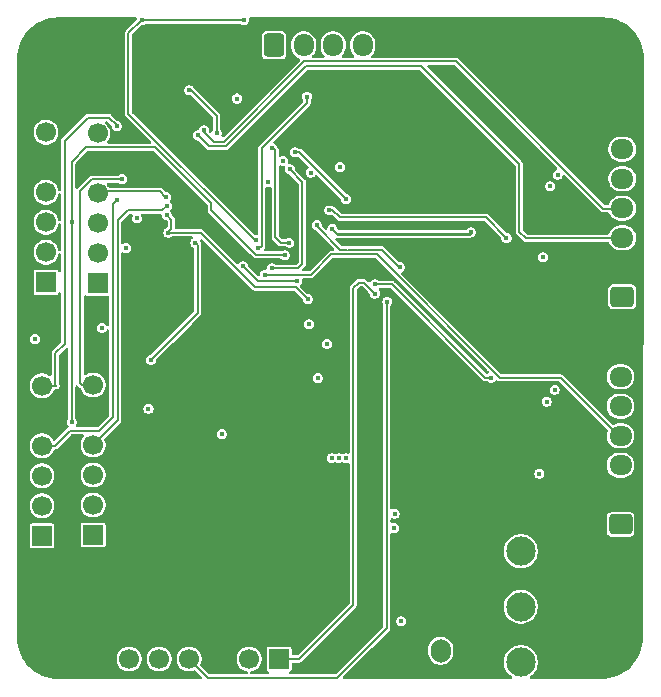
<source format=gbr>
%TF.GenerationSoftware,KiCad,Pcbnew,9.0.2*%
%TF.CreationDate,2025-10-13T17:24:41+02:00*%
%TF.ProjectId,Projet_Robot,50726f6a-6574-45f5-926f-626f742e6b69,rev?*%
%TF.SameCoordinates,Original*%
%TF.FileFunction,Copper,L4,Bot*%
%TF.FilePolarity,Positive*%
%FSLAX46Y46*%
G04 Gerber Fmt 4.6, Leading zero omitted, Abs format (unit mm)*
G04 Created by KiCad (PCBNEW 9.0.2) date 2025-10-13 17:24:41*
%MOMM*%
%LPD*%
G01*
G04 APERTURE LIST*
G04 Aperture macros list*
%AMRoundRect*
0 Rectangle with rounded corners*
0 $1 Rounding radius*
0 $2 $3 $4 $5 $6 $7 $8 $9 X,Y pos of 4 corners*
0 Add a 4 corners polygon primitive as box body*
4,1,4,$2,$3,$4,$5,$6,$7,$8,$9,$2,$3,0*
0 Add four circle primitives for the rounded corners*
1,1,$1+$1,$2,$3*
1,1,$1+$1,$4,$5*
1,1,$1+$1,$6,$7*
1,1,$1+$1,$8,$9*
0 Add four rect primitives between the rounded corners*
20,1,$1+$1,$2,$3,$4,$5,0*
20,1,$1+$1,$4,$5,$6,$7,0*
20,1,$1+$1,$6,$7,$8,$9,0*
20,1,$1+$1,$8,$9,$2,$3,0*%
G04 Aperture macros list end*
%TA.AperFunction,ComponentPad*%
%ADD10O,1.950000X1.700000*%
%TD*%
%TA.AperFunction,ComponentPad*%
%ADD11RoundRect,0.250000X0.725000X-0.600000X0.725000X0.600000X-0.725000X0.600000X-0.725000X-0.600000X0*%
%TD*%
%TA.AperFunction,ComponentPad*%
%ADD12R,1.700000X1.700000*%
%TD*%
%TA.AperFunction,ComponentPad*%
%ADD13C,1.700000*%
%TD*%
%TA.AperFunction,ComponentPad*%
%ADD14C,0.800000*%
%TD*%
%TA.AperFunction,ComponentPad*%
%ADD15C,6.400000*%
%TD*%
%TA.AperFunction,ComponentPad*%
%ADD16C,2.480000*%
%TD*%
%TA.AperFunction,ComponentPad*%
%ADD17RoundRect,0.250000X-0.600000X-0.725000X0.600000X-0.725000X0.600000X0.725000X-0.600000X0.725000X0*%
%TD*%
%TA.AperFunction,ComponentPad*%
%ADD18O,1.700000X1.950000*%
%TD*%
%TA.AperFunction,ComponentPad*%
%ADD19RoundRect,0.250000X-0.600000X-0.750000X0.600000X-0.750000X0.600000X0.750000X-0.600000X0.750000X0*%
%TD*%
%TA.AperFunction,ComponentPad*%
%ADD20O,1.700000X2.000000*%
%TD*%
%TA.AperFunction,ViaPad*%
%ADD21C,0.450000*%
%TD*%
%TA.AperFunction,Conductor*%
%ADD22C,0.200000*%
%TD*%
%TA.AperFunction,Conductor*%
%ADD23C,0.250000*%
%TD*%
G04 APERTURE END LIST*
D10*
%TO.P,Motor2,6,Pin_6*%
%TO.N,/Moteur2/Motor1+*%
X184810000Y-78730000D03*
%TO.P,Motor2,5,Pin_5*%
%TO.N,+3.3V*%
X184810000Y-81230000D03*
%TO.P,Motor2,4,Pin_4*%
%TO.N,/Moteur2/ENC1_PH1*%
X184810000Y-83730000D03*
%TO.P,Motor2,3,Pin_3*%
%TO.N,/Moteur2/ENC1_PH2*%
X184810000Y-86230000D03*
%TO.P,Motor2,2,Pin_2*%
%TO.N,GND*%
X184810000Y-88730000D03*
D11*
%TO.P,Motor2,1,Pin_1*%
%TO.N,/Moteur2/Motor1-*%
X184810000Y-91230000D03*
%TD*%
D12*
%TO.P,TOF3,1,Pin_1*%
%TO.N,+3.3V*%
X140410000Y-90100000D03*
D13*
%TO.P,TOF3,2,Pin_2*%
%TO.N,/Capteurs/I2C1_SCL*%
X140410000Y-87560000D03*
%TO.P,TOF3,3,Pin_3*%
%TO.N,/Capteurs/I2C1_SDA*%
X140410000Y-85020000D03*
%TO.P,TOF3,4,Pin_4*%
%TO.N,/Capteurs/tof3_GPIO*%
X140410000Y-82480000D03*
%TO.P,TOF3,5,Pin_5*%
%TO.N,GND*%
X140410000Y-79940000D03*
%TO.P,TOF3,6,Pin_6*%
%TO.N,/Capteurs/TOF3_XSHUT*%
X140410000Y-77400000D03*
%TD*%
D12*
%TO.P,TOF1,1,Pin_1*%
%TO.N,+3.3V*%
X136020000Y-90000000D03*
D13*
%TO.P,TOF1,2,Pin_2*%
%TO.N,/Capteurs/I2C1_SCL*%
X136020000Y-87460000D03*
%TO.P,TOF1,3,Pin_3*%
%TO.N,/Capteurs/I2C1_SDA*%
X136020000Y-84920000D03*
%TO.P,TOF1,4,Pin_4*%
%TO.N,/Capteurs/tof1_GPIO*%
X136020000Y-82380000D03*
%TO.P,TOF1,5,Pin_5*%
%TO.N,GND*%
X136020000Y-79840000D03*
%TO.P,TOF1,6,Pin_6*%
%TO.N,/Capteurs/TOF1_XSHUT*%
X136020000Y-77300000D03*
%TD*%
D14*
%TO.P,H1,1,1*%
%TO.N,GND*%
X134600000Y-71000000D03*
X135302944Y-69302944D03*
X135302944Y-72697056D03*
X137000000Y-68600000D03*
D15*
X137000000Y-71000000D03*
D14*
X137000000Y-73400000D03*
X138697056Y-69302944D03*
X138697056Y-72697056D03*
X139400000Y-71000000D03*
%TD*%
D16*
%TO.P,S1,1,1*%
%TO.N,unconnected-(S1-Pad1)*%
X176230000Y-122170000D03*
%TO.P,S1,2,2*%
%TO.N,+VBAT*%
X176230000Y-117470000D03*
%TO.P,S1,3,3*%
%TO.N,Net-(J1-Pin_2)*%
X176230000Y-112770000D03*
%TD*%
D12*
%TO.P,TOF4,1,Pin_1*%
%TO.N,+3.3V*%
X140010000Y-111400000D03*
D13*
%TO.P,TOF4,2,Pin_2*%
%TO.N,/Capteurs/I2C1_SCL*%
X140010000Y-108860000D03*
%TO.P,TOF4,3,Pin_3*%
%TO.N,/Capteurs/I2C1_SDA*%
X140010000Y-106320000D03*
%TO.P,TOF4,4,Pin_4*%
%TO.N,/Capteurs/tof4_GPIO*%
X140010000Y-103780000D03*
%TO.P,TOF4,5,Pin_5*%
%TO.N,GND*%
X140010000Y-101240000D03*
%TO.P,TOF4,6,Pin_6*%
%TO.N,/Capteurs/TOF4_XSHUT*%
X140010000Y-98700000D03*
%TD*%
D12*
%TO.P,TOF2,1,Pin_1*%
%TO.N,+3.3V*%
X135690000Y-111470000D03*
D13*
%TO.P,TOF2,2,Pin_2*%
%TO.N,/Capteurs/I2C1_SCL*%
X135690000Y-108930000D03*
%TO.P,TOF2,3,Pin_3*%
%TO.N,/Capteurs/I2C1_SDA*%
X135690000Y-106390000D03*
%TO.P,TOF2,4,Pin_4*%
%TO.N,/Capteurs/tof2_GPIO*%
X135690000Y-103850000D03*
%TO.P,TOF2,5,Pin_5*%
%TO.N,GND*%
X135690000Y-101310000D03*
%TO.P,TOF2,6,Pin_6*%
%TO.N,/Capteurs/TOF2_XSHUT*%
X135690000Y-98770000D03*
%TD*%
D14*
%TO.P,H3,1,1*%
%TO.N,GND*%
X134600000Y-120000000D03*
X135302944Y-118302944D03*
X135302944Y-121697056D03*
X137000000Y-117600000D03*
D15*
X137000000Y-120000000D03*
D14*
X137000000Y-122400000D03*
X138697056Y-118302944D03*
X138697056Y-121697056D03*
X139400000Y-120000000D03*
%TD*%
%TO.P,H2,1,1*%
%TO.N,GND*%
X180600000Y-71000000D03*
X181302944Y-69302944D03*
X181302944Y-72697056D03*
X183000000Y-68600000D03*
D15*
X183000000Y-71000000D03*
D14*
X183000000Y-73400000D03*
X184697056Y-69302944D03*
X184697056Y-72697056D03*
X185400000Y-71000000D03*
%TD*%
%TO.P,H4,1,1*%
%TO.N,GND*%
X180600000Y-120000000D03*
X181302944Y-118302944D03*
X181302944Y-121697056D03*
X183000000Y-117600000D03*
D15*
X183000000Y-120000000D03*
D14*
X183000000Y-122400000D03*
X184697056Y-118302944D03*
X184697056Y-121697056D03*
X185400000Y-120000000D03*
%TD*%
D11*
%TO.P,Motor1,1,Pin_1*%
%TO.N,/Moteur1/Motor1-*%
X184670000Y-110500000D03*
D10*
%TO.P,Motor1,2,Pin_2*%
%TO.N,GND*%
X184670000Y-108000000D03*
%TO.P,Motor1,3,Pin_3*%
%TO.N,/Moteur1/ENC1_PH2*%
X184670000Y-105500000D03*
%TO.P,Motor1,4,Pin_4*%
%TO.N,/Moteur1/ENC1_PH1*%
X184670000Y-103000000D03*
%TO.P,Motor1,5,Pin_5*%
%TO.N,+3.3V*%
X184670000Y-100500000D03*
%TO.P,Motor1,6,Pin_6*%
%TO.N,/Moteur1/Motor1+*%
X184670000Y-98000000D03*
%TD*%
D17*
%TO.P,Lidar1,1,Pin_1*%
%TO.N,+5V*%
X155330000Y-69930000D03*
D18*
%TO.P,Lidar1,2,Pin_2*%
%TO.N,/Capteurs/LIDAR_USART2_RX*%
X157830000Y-69930000D03*
%TO.P,Lidar1,3,Pin_3*%
%TO.N,unconnected-(Lidar1-Pin_3-Pad3)*%
X160330000Y-69930000D03*
%TO.P,Lidar1,4,Pin_4*%
%TO.N,/Capteurs/M_CTR*%
X162830000Y-69930000D03*
%TO.P,Lidar1,5,Pin_5*%
%TO.N,GND*%
X165330000Y-69930000D03*
%TD*%
D19*
%TO.P,J1,1,Pin_1*%
%TO.N,GND*%
X166930000Y-121200000D03*
D20*
%TO.P,J1,2,Pin_2*%
%TO.N,Net-(J1-Pin_2)*%
X169430000Y-121200000D03*
%TD*%
D12*
%TO.P,Bluetooth1,1,Pin_1*%
%TO.N,/Capteurs/Bluetooth_En*%
X155760000Y-121900000D03*
D13*
%TO.P,Bluetooth1,2,Pin_2*%
%TO.N,+5V*%
X153220000Y-121900000D03*
%TO.P,Bluetooth1,3,Pin_3*%
%TO.N,GND*%
X150680000Y-121900000D03*
%TO.P,Bluetooth1,4,Pin_4*%
%TO.N,/Capteurs/Bluetooth_USART3_RX*%
X148140000Y-121900000D03*
%TO.P,Bluetooth1,5,Pin_5*%
%TO.N,/Capteurs/Bluetooth_USART3_TX*%
X145600000Y-121900000D03*
%TO.P,Bluetooth1,6,Pin_6*%
%TO.N,unconnected-(Bluetooth1-Pin_6-Pad6)*%
X143060000Y-121900000D03*
%TD*%
D21*
%TO.N,GND*%
X151667268Y-70007732D03*
%TO.N,/Capteurs/TOF4_XSHUT*%
X142450000Y-81268000D03*
%TO.N,/\u00B5controlleur/NRST*%
X152750000Y-67795000D03*
%TO.N,GND*%
X178750000Y-83380000D03*
X164775000Y-85350000D03*
X180150000Y-85380000D03*
X162549000Y-94400000D03*
X177000000Y-103600000D03*
X177000000Y-101600000D03*
X180150000Y-83380000D03*
X158300000Y-96700000D03*
X150975000Y-88425000D03*
X178460000Y-96760000D03*
X179900000Y-103600000D03*
X180150000Y-84380000D03*
X149500000Y-92600000D03*
X179900000Y-102600000D03*
X167025000Y-68975000D03*
X177250000Y-85380000D03*
X153450000Y-74757718D03*
X160600000Y-100000000D03*
X147000000Y-92800000D03*
X151700000Y-90700000D03*
X142425000Y-80200000D03*
X157400000Y-74290000D03*
X156175707Y-82425706D03*
X181630000Y-105480000D03*
X177270000Y-79370000D03*
X177250000Y-83380000D03*
X181700000Y-107950000D03*
X178650000Y-85280000D03*
X153410000Y-101900000D03*
X148700000Y-94000000D03*
X177250000Y-84380000D03*
X178452500Y-102620000D03*
X181810000Y-87170000D03*
X178702500Y-84400000D03*
X179900000Y-101600000D03*
X150660000Y-82260000D03*
X160025000Y-83000000D03*
X157700000Y-95000000D03*
X143375000Y-89150000D03*
X178400000Y-103500000D03*
X136400000Y-94850000D03*
X177000000Y-102600000D03*
X178500000Y-101600000D03*
X157891268Y-80158732D03*
X164200000Y-113200000D03*
%TO.N,/Capteurs/Bluetooth_USART3_RX*%
X161425000Y-82950000D03*
X164924304Y-91634717D03*
X157070438Y-78990002D03*
%TO.N,/Capteurs/Bluetooth_En*%
X163863082Y-90954036D03*
%TO.N,/Capteurs/Bluetooth_USART3_TX*%
X155124531Y-88825000D03*
X156675000Y-80450000D03*
%TO.N,+5V*%
X160200000Y-104900000D03*
X160800000Y-104900000D03*
X161400000Y-104900000D03*
%TO.N,/\u00B5controlleur/NRST*%
X144125000Y-67795000D03*
X153779451Y-86452281D03*
X157300000Y-89875000D03*
X152733732Y-88666268D03*
%TO.N,+3.3V*%
X144700000Y-100700000D03*
X154800000Y-81510000D03*
X156120000Y-79725000D03*
X143725000Y-84600000D03*
X142800000Y-87100000D03*
X160900000Y-80250000D03*
X158300000Y-93570000D03*
X135075000Y-94800000D03*
X150900000Y-102850000D03*
X140775000Y-93850000D03*
X159025000Y-98100000D03*
X158441268Y-80708732D03*
X152200000Y-74445000D03*
X159800000Y-95200000D03*
%TO.N,+VBAT*%
X178100000Y-87900000D03*
X166100000Y-118700000D03*
X177800000Y-106200000D03*
X178400000Y-100100000D03*
X165540000Y-109600000D03*
X165480000Y-110800000D03*
X179087500Y-99100000D03*
X179337500Y-80900000D03*
X178722482Y-81880018D03*
%TO.N,/\u00B5controlleur/STATUS_SOURIS_LED*%
X144900000Y-96556000D03*
X148678395Y-86641825D03*
%TO.N,/Capteurs/I2C1_SDA*%
X156225000Y-87725000D03*
X138200000Y-101835000D03*
X138200000Y-84920000D03*
%TO.N,/Capteurs/I2C1_SCL*%
X146379000Y-85791000D03*
X158170000Y-91420000D03*
X146233369Y-84303369D03*
%TO.N,/Capteurs/ACC_INT2*%
X155139258Y-78609000D03*
X156625000Y-86649995D03*
%TO.N,/\u00B5controlleur/VCP_TX*%
X148165251Y-73754647D03*
X150466232Y-77376232D03*
%TO.N,/Capteurs/LIDAR_USART2_RX*%
X153999287Y-87132241D03*
X158130707Y-74276830D03*
%TO.N,/Moteur1/PWM_Mot1_CH2*%
X158933647Y-85149000D03*
X165976232Y-88723768D03*
%TO.N,/Moteur1/PWM_Mot1_CH1*%
X173700000Y-98075000D03*
X163867000Y-90182075D03*
%TO.N,/Moteur2/PWM_Mot1_CH1*%
X171975000Y-85775000D03*
X160275000Y-85487764D03*
%TO.N,/Moteur2/PWM_Mot1_CH2*%
X175010000Y-86260000D03*
X160024000Y-83900000D03*
%TO.N,/Moteur1/ENC1_PH1*%
X154550000Y-89350000D03*
%TO.N,/Moteur2/ENC1_PH1*%
X149386880Y-77145599D03*
%TO.N,/Moteur2/ENC1_PH2*%
X148880000Y-77560000D03*
%TO.N,/Capteurs/tof2_GPIO*%
X142020000Y-83020000D03*
%TO.N,/Capteurs/tof3_GPIO*%
X146190000Y-82748461D03*
%TO.N,/Capteurs/tof4_GPIO*%
X146291790Y-83529327D03*
%TO.N,/Capteurs/TOF2_XSHUT*%
X142003550Y-76774000D03*
%TD*%
D22*
%TO.N,/Moteur1/PWM_Mot1_CH1*%
X165332075Y-90182075D02*
X173225000Y-98075000D01*
X163867000Y-90182075D02*
X165332075Y-90182075D01*
X173225000Y-98075000D02*
X173700000Y-98075000D01*
%TO.N,/Capteurs/I2C1_SCL*%
X153726000Y-90401000D02*
X157151000Y-90401000D01*
X152515855Y-89192268D02*
X152517268Y-89192268D01*
X152207732Y-88882732D02*
X152207732Y-88884145D01*
X152517268Y-89192268D02*
X153726000Y-90401000D01*
X157151000Y-90401000D02*
X158170000Y-91420000D01*
X146379000Y-85791000D02*
X149116000Y-85791000D01*
X149116000Y-85791000D02*
X152207732Y-88882732D01*
X152207732Y-88884145D02*
X152515855Y-89192268D01*
%TO.N,/Capteurs/tof2_GPIO*%
X141690000Y-83350000D02*
X142020000Y-83020000D01*
X140535760Y-102580000D02*
X141690000Y-101425760D01*
X141690000Y-101425760D02*
X141690000Y-83350000D01*
X138030000Y-102580000D02*
X140535760Y-102580000D01*
X136760000Y-103850000D02*
X138030000Y-102580000D01*
X135690000Y-103850000D02*
X136760000Y-103850000D01*
%TO.N,/Capteurs/tof4_GPIO*%
X146263534Y-83529327D02*
X146291790Y-83529327D01*
X145882861Y-83910000D02*
X146263534Y-83529327D01*
X142091000Y-101699000D02*
X140010000Y-103780000D01*
X142091000Y-84759000D02*
X142091000Y-101699000D01*
X145882861Y-83910000D02*
X142940000Y-83910000D01*
X142940000Y-83910000D02*
X142091000Y-84759000D01*
%TO.N,/Capteurs/I2C1_SDA*%
X156159243Y-87659243D02*
X156225000Y-87725000D01*
X153782410Y-87659243D02*
X156159243Y-87659243D01*
X153474287Y-87351120D02*
X153782410Y-87659243D01*
X150030000Y-83317100D02*
X150030000Y-83912751D01*
X150030000Y-83912751D02*
X153468369Y-87351120D01*
X145272900Y-78560000D02*
X150030000Y-83317100D01*
X153468369Y-87351120D02*
X153474287Y-87351120D01*
X139440000Y-78560000D02*
X145272900Y-78560000D01*
X138200000Y-79800000D02*
X139440000Y-78560000D01*
X138200000Y-84920000D02*
X138200000Y-79800000D01*
%TO.N,/Capteurs/LIDAR_USART2_RX*%
X154305451Y-78610672D02*
X158130707Y-74785416D01*
X154305451Y-81260672D02*
X154305451Y-78610672D01*
X154274000Y-81292123D02*
X154305451Y-81260672D01*
X154305451Y-81759328D02*
X154274000Y-81727877D01*
X154305451Y-86894549D02*
X154305451Y-81759328D01*
X158130707Y-74785416D02*
X158130707Y-74276830D01*
X154000289Y-87133243D02*
X154066757Y-87133243D01*
X154066757Y-87133243D02*
X154305451Y-86894549D01*
X153999287Y-87132241D02*
X154000289Y-87133243D01*
X154274000Y-81727877D02*
X154274000Y-81292123D01*
%TO.N,/Moteur1/ENC1_PH1*%
X158475000Y-89350000D02*
X154550000Y-89350000D01*
X160174585Y-87650415D02*
X158475000Y-89350000D01*
X161668515Y-87648000D02*
X161666100Y-87650415D01*
X164018000Y-87648000D02*
X161668515Y-87648000D01*
X174470000Y-98100000D02*
X164018000Y-87648000D01*
X161666100Y-87650415D02*
X160174585Y-87650415D01*
X179590000Y-98100000D02*
X174470000Y-98100000D01*
X184550000Y-103060000D02*
X179590000Y-98100000D01*
%TO.N,/Capteurs/TOF2_XSHUT*%
X136800000Y-98690000D02*
X136880000Y-98770000D01*
X136800000Y-96032050D02*
X136800000Y-98690000D01*
X137601000Y-95231050D02*
X136800000Y-96032050D01*
X137601000Y-78011900D02*
X137601000Y-95231050D01*
X141371386Y-76074286D02*
X139538614Y-76074286D01*
X142003550Y-76706450D02*
X141371386Y-76074286D01*
X142003550Y-76774000D02*
X142003550Y-76706450D01*
X139538614Y-76074286D02*
X137601000Y-78011900D01*
X136880000Y-98770000D02*
X135690000Y-98770000D01*
%TO.N,/\u00B5controlleur/NRST*%
X153942464Y-89875000D02*
X152733732Y-88666268D01*
X157300000Y-89875000D02*
X153942464Y-89875000D01*
%TO.N,/Capteurs/Bluetooth_USART3_RX*%
X149720022Y-123480022D02*
X148140000Y-121900000D01*
X160635474Y-123489526D02*
X149720022Y-123480022D01*
X164875000Y-119250000D02*
X160635474Y-123489526D01*
X164875000Y-91666000D02*
X164875000Y-119250000D01*
X164906283Y-91634717D02*
X164875000Y-91666000D01*
X164924304Y-91634717D02*
X164906283Y-91634717D01*
%TO.N,/Capteurs/Bluetooth_En*%
X157440000Y-121900000D02*
X155760000Y-121900000D01*
X162024000Y-117316000D02*
X157440000Y-121900000D01*
X162024000Y-90500999D02*
X162024000Y-117316000D01*
X162487318Y-90037681D02*
X162024000Y-90500999D01*
X163120050Y-90211004D02*
X162946727Y-90037681D01*
X163428173Y-90529950D02*
X163120050Y-90221827D01*
X163438996Y-90529950D02*
X163428173Y-90529950D01*
X163120050Y-90221827D02*
X163120050Y-90211004D01*
X162946727Y-90037681D02*
X162487318Y-90037681D01*
X163863082Y-90954036D02*
X163438996Y-90529950D01*
%TO.N,/Capteurs/TOF4_XSHUT*%
X139080000Y-98700000D02*
X140010000Y-98700000D01*
X138921000Y-82250000D02*
X138921000Y-98541000D01*
X139903000Y-81268000D02*
X138921000Y-82250000D01*
X142450000Y-81268000D02*
X139903000Y-81268000D01*
X138921000Y-98541000D02*
X139080000Y-98700000D01*
%TO.N,/Moteur2/ENC1_PH2*%
X158030000Y-71695000D02*
X151238000Y-78487000D01*
X176100000Y-80000000D02*
X167795000Y-71695000D01*
X149807000Y-78487000D02*
X148880000Y-77560000D01*
X176100000Y-85740000D02*
X176100000Y-80000000D01*
X176640000Y-86280000D02*
X176100000Y-85740000D01*
X184990000Y-86280000D02*
X176640000Y-86280000D01*
X167795000Y-71695000D02*
X158030000Y-71695000D01*
X151238000Y-78487000D02*
X149807000Y-78487000D01*
%TO.N,/Capteurs/tof3_GPIO*%
X145690000Y-82300000D02*
X140590000Y-82300000D01*
X146138461Y-82748461D02*
X145690000Y-82300000D01*
X146190000Y-82748461D02*
X146138461Y-82748461D01*
%TO.N,/Capteurs/I2C1_SCL*%
X146625000Y-84695000D02*
X146233369Y-84303369D01*
X146625000Y-85483808D02*
X146625000Y-84695000D01*
X146379000Y-85729808D02*
X146625000Y-85483808D01*
X146379000Y-85791000D02*
X146379000Y-85729808D01*
D23*
%TO.N,/Moteur2/PWM_Mot1_CH1*%
X171849000Y-85901000D02*
X171975000Y-85775000D01*
X160688236Y-85901000D02*
X171849000Y-85901000D01*
D22*
X160275000Y-85487764D02*
X160688236Y-85901000D01*
%TO.N,/Moteur2/PWM_Mot1_CH2*%
X173250000Y-84500000D02*
X175010000Y-86260000D01*
X160875000Y-84500000D02*
X173250000Y-84500000D01*
X160275000Y-83900000D02*
X160875000Y-84500000D01*
X160024000Y-83900000D02*
X160275000Y-83900000D01*
%TO.N,/Capteurs/ACC_INT2*%
X155897531Y-86649995D02*
X156625000Y-86649995D01*
X155420000Y-86172464D02*
X155897531Y-86649995D01*
X155139258Y-78609000D02*
X155232803Y-78609000D01*
X155232803Y-78609000D02*
X155420000Y-78796197D01*
X155420000Y-78796197D02*
X155420000Y-86172464D01*
%TO.N,/Capteurs/Bluetooth_USART3_RX*%
X157070438Y-78990002D02*
X157465002Y-78990002D01*
X157465002Y-78990002D02*
X161425000Y-82950000D01*
%TO.N,/\u00B5controlleur/NRST*%
X143004000Y-68916000D02*
X144125000Y-67795000D01*
X143004000Y-75724000D02*
X143004000Y-68916000D01*
X153732281Y-86452281D02*
X143004000Y-75724000D01*
X153779451Y-86452281D02*
X153732281Y-86452281D01*
%TO.N,/Capteurs/Bluetooth_USART3_TX*%
X157725000Y-81500000D02*
X156675000Y-80450000D01*
X157725000Y-88439588D02*
X157725000Y-81500000D01*
X157339588Y-88825000D02*
X157725000Y-88439588D01*
X155124531Y-88825000D02*
X157339588Y-88825000D01*
%TO.N,/Moteur2/ENC1_PH1*%
X183220000Y-83780000D02*
X184990000Y-83780000D01*
X157863900Y-71294000D02*
X170734000Y-71294000D01*
X151071900Y-78086000D02*
X157863900Y-71294000D01*
X150217123Y-78086000D02*
X151071900Y-78086000D01*
X149386346Y-77255223D02*
X150217123Y-78086000D01*
X149386880Y-77145599D02*
X149386346Y-77146133D01*
X149386346Y-77146133D02*
X149386346Y-77255223D01*
X170734000Y-71294000D02*
X183220000Y-83780000D01*
%TO.N,/\u00B5controlleur/VCP_TX*%
X148304647Y-73754647D02*
X148165251Y-73754647D01*
X150466232Y-75916232D02*
X148304647Y-73754647D01*
X150466232Y-77376232D02*
X150466232Y-75916232D01*
%TO.N,/\u00B5controlleur/NRST*%
X152750000Y-67795000D02*
X144125000Y-67795000D01*
%TO.N,/\u00B5controlleur/STATUS_SOURIS_LED*%
X144900000Y-96556000D02*
X144914000Y-96556000D01*
X148860000Y-86823430D02*
X148678395Y-86641825D01*
X148860000Y-92610000D02*
X148860000Y-86823430D01*
X144914000Y-96556000D02*
X148860000Y-92610000D01*
%TO.N,/Capteurs/I2C1_SDA*%
X138200000Y-84920000D02*
X138200000Y-101835000D01*
%TO.N,/Moteur1/PWM_Mot1_CH2*%
X158933647Y-85149000D02*
X158933647Y-85233647D01*
X158933647Y-85233647D02*
X160949415Y-87249415D01*
X164472000Y-87247000D02*
X161575000Y-87247000D01*
X165976232Y-88723768D02*
X165948768Y-88723768D01*
X160949415Y-87249415D02*
X161500000Y-87249415D01*
X165948768Y-88723768D02*
X164472000Y-87247000D01*
%TD*%
%TA.AperFunction,Conductor*%
%TO.N,GND*%
G36*
X183202579Y-67570649D02*
G01*
X183224113Y-67571706D01*
X183511033Y-67585793D01*
X183523122Y-67586983D01*
X183850788Y-67635578D01*
X183862709Y-67637948D01*
X184184056Y-67718432D01*
X184195695Y-67721963D01*
X184507573Y-67833547D01*
X184518811Y-67838202D01*
X184545908Y-67851017D01*
X184818276Y-67979831D01*
X184828991Y-67985558D01*
X185113124Y-68155854D01*
X185123226Y-68162603D01*
X185345785Y-68327659D01*
X185389300Y-68359931D01*
X185398705Y-68367649D01*
X185521426Y-68478875D01*
X185644146Y-68590099D01*
X185652751Y-68598704D01*
X185697695Y-68648291D01*
X185837197Y-68802206D01*
X185875205Y-68844140D01*
X185882925Y-68853547D01*
X186080247Y-69119602D01*
X186087008Y-69129720D01*
X186257302Y-69413836D01*
X186263039Y-69424568D01*
X186404667Y-69724014D01*
X186409324Y-69735257D01*
X186520918Y-70047145D01*
X186524450Y-70058790D01*
X186604933Y-70380105D01*
X186607307Y-70392040D01*
X186655908Y-70719698D01*
X186657101Y-70731809D01*
X186673419Y-71064060D01*
X186673568Y-71070143D01*
X186673568Y-71104354D01*
X186564283Y-119960409D01*
X186564117Y-119962909D01*
X186564117Y-120032334D01*
X186563968Y-120038407D01*
X186547268Y-120378992D01*
X186546080Y-120391080D01*
X186496586Y-120725378D01*
X186494221Y-120737292D01*
X186412255Y-121065153D01*
X186408735Y-121076778D01*
X186295091Y-121395029D01*
X186290451Y-121406255D01*
X186146208Y-121711874D01*
X186140492Y-121722591D01*
X185967042Y-122012630D01*
X185960304Y-122022737D01*
X185759317Y-122294403D01*
X185751624Y-122303802D01*
X185525008Y-122554517D01*
X185516431Y-122563118D01*
X185266390Y-122790443D01*
X185257014Y-122798164D01*
X184985911Y-122999951D01*
X184975823Y-123006717D01*
X184686300Y-123180997D01*
X184675600Y-123186744D01*
X184370403Y-123331868D01*
X184359191Y-123336541D01*
X184041256Y-123451110D01*
X184029641Y-123454663D01*
X183702031Y-123537574D01*
X183690124Y-123539974D01*
X183355966Y-123590437D01*
X183343881Y-123591660D01*
X183003650Y-123609329D01*
X182997111Y-123609496D01*
X177088034Y-123604351D01*
X177021012Y-123584608D01*
X176975303Y-123531764D01*
X176965420Y-123462597D01*
X176994500Y-123399067D01*
X177015251Y-123380036D01*
X177168423Y-123268752D01*
X177328752Y-123108423D01*
X177462026Y-122924986D01*
X177564963Y-122722960D01*
X177635030Y-122507318D01*
X177670500Y-122283370D01*
X177670500Y-122056630D01*
X177635030Y-121832682D01*
X177564963Y-121617040D01*
X177462026Y-121415014D01*
X177462024Y-121415011D01*
X177462023Y-121415009D01*
X177328757Y-121231583D01*
X177328753Y-121231578D01*
X177168421Y-121071246D01*
X177168416Y-121071242D01*
X176984990Y-120937976D01*
X176782962Y-120835038D01*
X176782961Y-120835037D01*
X176782960Y-120835037D01*
X176567318Y-120764970D01*
X176567316Y-120764969D01*
X176567315Y-120764969D01*
X176392567Y-120737292D01*
X176343370Y-120729500D01*
X176116630Y-120729500D01*
X176067433Y-120737292D01*
X175892685Y-120764969D01*
X175677037Y-120835038D01*
X175475009Y-120937976D01*
X175291583Y-121071242D01*
X175291578Y-121071246D01*
X175131246Y-121231578D01*
X175131242Y-121231583D01*
X174997976Y-121415009D01*
X174895038Y-121617037D01*
X174824969Y-121832685D01*
X174797920Y-122003466D01*
X174789500Y-122056630D01*
X174789500Y-122283370D01*
X174792736Y-122303802D01*
X174822529Y-122491910D01*
X174824970Y-122507318D01*
X174892767Y-122715975D01*
X174895038Y-122722962D01*
X174997976Y-122924990D01*
X175131242Y-123108416D01*
X175131246Y-123108421D01*
X175291578Y-123268753D01*
X175291583Y-123268757D01*
X175442681Y-123378536D01*
X175485347Y-123433866D01*
X175491326Y-123503479D01*
X175458721Y-123565274D01*
X175397882Y-123599631D01*
X175369688Y-123602854D01*
X161258655Y-123590568D01*
X161191633Y-123570825D01*
X161145924Y-123517981D01*
X161136041Y-123448814D01*
X161165121Y-123385284D01*
X161171067Y-123378902D01*
X163603440Y-120946530D01*
X168379500Y-120946530D01*
X168379500Y-121453469D01*
X168419868Y-121656412D01*
X168419870Y-121656420D01*
X168499058Y-121847596D01*
X168614024Y-122019657D01*
X168760342Y-122165975D01*
X168760345Y-122165977D01*
X168932402Y-122280941D01*
X169123580Y-122360130D01*
X169311936Y-122397596D01*
X169326530Y-122400499D01*
X169326534Y-122400500D01*
X169326535Y-122400500D01*
X169533466Y-122400500D01*
X169533467Y-122400499D01*
X169736420Y-122360130D01*
X169927598Y-122280941D01*
X170099655Y-122165977D01*
X170245977Y-122019655D01*
X170360941Y-121847598D01*
X170440130Y-121656420D01*
X170480500Y-121453465D01*
X170480500Y-120946535D01*
X170440130Y-120743580D01*
X170360941Y-120552402D01*
X170245977Y-120380345D01*
X170245975Y-120380342D01*
X170099657Y-120234024D01*
X170013626Y-120176541D01*
X169927598Y-120119059D01*
X169736420Y-120039870D01*
X169736412Y-120039868D01*
X169533469Y-119999500D01*
X169533465Y-119999500D01*
X169326535Y-119999500D01*
X169326530Y-119999500D01*
X169123587Y-120039868D01*
X169123579Y-120039870D01*
X168932403Y-120119058D01*
X168760342Y-120234024D01*
X168614024Y-120380342D01*
X168499058Y-120552403D01*
X168419870Y-120743579D01*
X168419868Y-120743587D01*
X168379500Y-120946530D01*
X163603440Y-120946530D01*
X165115460Y-119434511D01*
X165155021Y-119365989D01*
X165175500Y-119289562D01*
X165175500Y-118643982D01*
X165674500Y-118643982D01*
X165674500Y-118756018D01*
X165703497Y-118864237D01*
X165759515Y-118961263D01*
X165838737Y-119040485D01*
X165935763Y-119096503D01*
X166043982Y-119125500D01*
X166043984Y-119125500D01*
X166156016Y-119125500D01*
X166156018Y-119125500D01*
X166264237Y-119096503D01*
X166361263Y-119040485D01*
X166440485Y-118961263D01*
X166496503Y-118864237D01*
X166525500Y-118756018D01*
X166525500Y-118643982D01*
X166496503Y-118535763D01*
X166440485Y-118438737D01*
X166361263Y-118359515D01*
X166264237Y-118303497D01*
X166156018Y-118274500D01*
X166043982Y-118274500D01*
X165935763Y-118303497D01*
X165935760Y-118303498D01*
X165838740Y-118359513D01*
X165838734Y-118359517D01*
X165759517Y-118438734D01*
X165759513Y-118438740D01*
X165703498Y-118535760D01*
X165703497Y-118535763D01*
X165674500Y-118643982D01*
X165175500Y-118643982D01*
X165175500Y-117356630D01*
X174789500Y-117356630D01*
X174789500Y-117583369D01*
X174824969Y-117807314D01*
X174895038Y-118022962D01*
X174997976Y-118224990D01*
X175131242Y-118408416D01*
X175131246Y-118408421D01*
X175291578Y-118568753D01*
X175291583Y-118568757D01*
X175475009Y-118702023D01*
X175475011Y-118702024D01*
X175475014Y-118702026D01*
X175677040Y-118804963D01*
X175892682Y-118875030D01*
X176116630Y-118910500D01*
X176116631Y-118910500D01*
X176343369Y-118910500D01*
X176343370Y-118910500D01*
X176567318Y-118875030D01*
X176782960Y-118804963D01*
X176984986Y-118702026D01*
X177168423Y-118568752D01*
X177328752Y-118408423D01*
X177462026Y-118224986D01*
X177564963Y-118022960D01*
X177635030Y-117807318D01*
X177670500Y-117583370D01*
X177670500Y-117356630D01*
X177635030Y-117132682D01*
X177564963Y-116917040D01*
X177462026Y-116715014D01*
X177462024Y-116715011D01*
X177462023Y-116715009D01*
X177328757Y-116531583D01*
X177328753Y-116531578D01*
X177168421Y-116371246D01*
X177168416Y-116371242D01*
X176984990Y-116237976D01*
X176782962Y-116135038D01*
X176782961Y-116135037D01*
X176782960Y-116135037D01*
X176567318Y-116064970D01*
X176567316Y-116064969D01*
X176567315Y-116064969D01*
X176395283Y-116037722D01*
X176343370Y-116029500D01*
X176116630Y-116029500D01*
X176064716Y-116037722D01*
X175892685Y-116064969D01*
X175677037Y-116135038D01*
X175475009Y-116237976D01*
X175291583Y-116371242D01*
X175291578Y-116371246D01*
X175131246Y-116531578D01*
X175131242Y-116531583D01*
X174997976Y-116715009D01*
X174895038Y-116917037D01*
X174824969Y-117132685D01*
X174789500Y-117356630D01*
X165175500Y-117356630D01*
X165175500Y-112656630D01*
X174789500Y-112656630D01*
X174789500Y-112883369D01*
X174824969Y-113107314D01*
X174895038Y-113322962D01*
X174997976Y-113524990D01*
X175131242Y-113708416D01*
X175131246Y-113708421D01*
X175291578Y-113868753D01*
X175291583Y-113868757D01*
X175475009Y-114002023D01*
X175475011Y-114002024D01*
X175475014Y-114002026D01*
X175677040Y-114104963D01*
X175892682Y-114175030D01*
X176116630Y-114210500D01*
X176116631Y-114210500D01*
X176343369Y-114210500D01*
X176343370Y-114210500D01*
X176567318Y-114175030D01*
X176782960Y-114104963D01*
X176984986Y-114002026D01*
X177168423Y-113868752D01*
X177328752Y-113708423D01*
X177462026Y-113524986D01*
X177564963Y-113322960D01*
X177635030Y-113107318D01*
X177670500Y-112883370D01*
X177670500Y-112656630D01*
X177635030Y-112432682D01*
X177564963Y-112217040D01*
X177462026Y-112015014D01*
X177462024Y-112015011D01*
X177462023Y-112015009D01*
X177328757Y-111831583D01*
X177328753Y-111831578D01*
X177168421Y-111671246D01*
X177168416Y-111671242D01*
X176984990Y-111537976D01*
X176782962Y-111435038D01*
X176782961Y-111435037D01*
X176782960Y-111435037D01*
X176567318Y-111364970D01*
X176567316Y-111364969D01*
X176567315Y-111364969D01*
X176395283Y-111337722D01*
X176343370Y-111329500D01*
X176116630Y-111329500D01*
X176064716Y-111337722D01*
X175892685Y-111364969D01*
X175677037Y-111435038D01*
X175475009Y-111537976D01*
X175291583Y-111671242D01*
X175291578Y-111671246D01*
X175131246Y-111831578D01*
X175131242Y-111831583D01*
X174997976Y-112015009D01*
X174895038Y-112217037D01*
X174824969Y-112432685D01*
X174789500Y-112656630D01*
X165175500Y-112656630D01*
X165175500Y-111320519D01*
X165195185Y-111253480D01*
X165247989Y-111207725D01*
X165317147Y-111197781D01*
X165331580Y-111200741D01*
X165423982Y-111225500D01*
X165423985Y-111225500D01*
X165536016Y-111225500D01*
X165536018Y-111225500D01*
X165644237Y-111196503D01*
X165741263Y-111140485D01*
X165820485Y-111061263D01*
X165876503Y-110964237D01*
X165905500Y-110856018D01*
X165905500Y-110743982D01*
X165876503Y-110635763D01*
X165820485Y-110538737D01*
X165741263Y-110459515D01*
X165647616Y-110405448D01*
X165644239Y-110403498D01*
X165644238Y-110403497D01*
X165644237Y-110403497D01*
X165536018Y-110374500D01*
X165423982Y-110374500D01*
X165423980Y-110374500D01*
X165331592Y-110399255D01*
X165306598Y-110398659D01*
X165281853Y-110402218D01*
X165272272Y-110397842D01*
X165261743Y-110397592D01*
X165241038Y-110383578D01*
X165218297Y-110373193D01*
X165212603Y-110364332D01*
X165203880Y-110358429D01*
X165194038Y-110335445D01*
X165180523Y-110314415D01*
X165178243Y-110298557D01*
X165176377Y-110294200D01*
X165175500Y-110279480D01*
X165175500Y-110095655D01*
X165195185Y-110028616D01*
X165247989Y-109982861D01*
X165317147Y-109972917D01*
X165361497Y-109988266D01*
X165375763Y-109996503D01*
X165483982Y-110025500D01*
X165483984Y-110025500D01*
X165596016Y-110025500D01*
X165596018Y-110025500D01*
X165704237Y-109996503D01*
X165801263Y-109940485D01*
X165880485Y-109861263D01*
X165889453Y-109845730D01*
X183494500Y-109845730D01*
X183494500Y-111154269D01*
X183497353Y-111184699D01*
X183497353Y-111184701D01*
X183542206Y-111312880D01*
X183542207Y-111312882D01*
X183622850Y-111422150D01*
X183732118Y-111502793D01*
X183774845Y-111517744D01*
X183860299Y-111547646D01*
X183890730Y-111550500D01*
X183890734Y-111550500D01*
X185449270Y-111550500D01*
X185479699Y-111547646D01*
X185479701Y-111547646D01*
X185543790Y-111525219D01*
X185607882Y-111502793D01*
X185717150Y-111422150D01*
X185797793Y-111312882D01*
X185837032Y-111200744D01*
X185842646Y-111184701D01*
X185842646Y-111184699D01*
X185845500Y-111154269D01*
X185845500Y-109845730D01*
X185842646Y-109815300D01*
X185842646Y-109815298D01*
X185797793Y-109687119D01*
X185797792Y-109687117D01*
X185717150Y-109577850D01*
X185607882Y-109497207D01*
X185607880Y-109497206D01*
X185479700Y-109452353D01*
X185449270Y-109449500D01*
X185449266Y-109449500D01*
X183890734Y-109449500D01*
X183890730Y-109449500D01*
X183860300Y-109452353D01*
X183860298Y-109452353D01*
X183732119Y-109497206D01*
X183732117Y-109497207D01*
X183622850Y-109577850D01*
X183542207Y-109687117D01*
X183542206Y-109687119D01*
X183497353Y-109815298D01*
X183497353Y-109815300D01*
X183494500Y-109845730D01*
X165889453Y-109845730D01*
X165936503Y-109764237D01*
X165965500Y-109656018D01*
X165965500Y-109543982D01*
X165936503Y-109435763D01*
X165880485Y-109338737D01*
X165801263Y-109259515D01*
X165718502Y-109211733D01*
X165704239Y-109203498D01*
X165704238Y-109203497D01*
X165704237Y-109203497D01*
X165596018Y-109174500D01*
X165483982Y-109174500D01*
X165375763Y-109203497D01*
X165375760Y-109203498D01*
X165361497Y-109211733D01*
X165293597Y-109228203D01*
X165227570Y-109205350D01*
X165184381Y-109150427D01*
X165175500Y-109104344D01*
X165175500Y-106143982D01*
X177374500Y-106143982D01*
X177374500Y-106256018D01*
X177403497Y-106364237D01*
X177459515Y-106461263D01*
X177538737Y-106540485D01*
X177635763Y-106596503D01*
X177743982Y-106625500D01*
X177743984Y-106625500D01*
X177856016Y-106625500D01*
X177856018Y-106625500D01*
X177964237Y-106596503D01*
X178061263Y-106540485D01*
X178140485Y-106461263D01*
X178196503Y-106364237D01*
X178225500Y-106256018D01*
X178225500Y-106143982D01*
X178196503Y-106035763D01*
X178140485Y-105938737D01*
X178061263Y-105859515D01*
X177964237Y-105803497D01*
X177856018Y-105774500D01*
X177743982Y-105774500D01*
X177635763Y-105803497D01*
X177635760Y-105803498D01*
X177538740Y-105859513D01*
X177538734Y-105859517D01*
X177459517Y-105938734D01*
X177459513Y-105938740D01*
X177403498Y-106035760D01*
X177403497Y-106035763D01*
X177374500Y-106143982D01*
X165175500Y-106143982D01*
X165175500Y-105396530D01*
X183494500Y-105396530D01*
X183494500Y-105603469D01*
X183534868Y-105806412D01*
X183534870Y-105806420D01*
X183589676Y-105938734D01*
X183614059Y-105997598D01*
X183639558Y-106035760D01*
X183729024Y-106169657D01*
X183875342Y-106315975D01*
X183875345Y-106315977D01*
X184047402Y-106430941D01*
X184238580Y-106510130D01*
X184391171Y-106540482D01*
X184441530Y-106550499D01*
X184441534Y-106550500D01*
X184441535Y-106550500D01*
X184898466Y-106550500D01*
X184898467Y-106550499D01*
X185101420Y-106510130D01*
X185292598Y-106430941D01*
X185464655Y-106315977D01*
X185610977Y-106169655D01*
X185725941Y-105997598D01*
X185805130Y-105806420D01*
X185845500Y-105603465D01*
X185845500Y-105396535D01*
X185805130Y-105193580D01*
X185725941Y-105002402D01*
X185610977Y-104830345D01*
X185610975Y-104830342D01*
X185464657Y-104684024D01*
X185371459Y-104621752D01*
X185292598Y-104569059D01*
X185101420Y-104489870D01*
X185101412Y-104489868D01*
X184898469Y-104449500D01*
X184898465Y-104449500D01*
X184441535Y-104449500D01*
X184441530Y-104449500D01*
X184238587Y-104489868D01*
X184238579Y-104489870D01*
X184047403Y-104569058D01*
X183875342Y-104684024D01*
X183729024Y-104830342D01*
X183614058Y-105002403D01*
X183534870Y-105193579D01*
X183534868Y-105193587D01*
X183494500Y-105396530D01*
X165175500Y-105396530D01*
X165175500Y-100043982D01*
X177974500Y-100043982D01*
X177974500Y-100156018D01*
X178003497Y-100264237D01*
X178059515Y-100361263D01*
X178138737Y-100440485D01*
X178235763Y-100496503D01*
X178343982Y-100525500D01*
X178343984Y-100525500D01*
X178456016Y-100525500D01*
X178456018Y-100525500D01*
X178564237Y-100496503D01*
X178661263Y-100440485D01*
X178740485Y-100361263D01*
X178796503Y-100264237D01*
X178825500Y-100156018D01*
X178825500Y-100043982D01*
X178796503Y-99935763D01*
X178740485Y-99838737D01*
X178661263Y-99759515D01*
X178596579Y-99722169D01*
X178564239Y-99703498D01*
X178564238Y-99703497D01*
X178564237Y-99703497D01*
X178456018Y-99674500D01*
X178343982Y-99674500D01*
X178235763Y-99703497D01*
X178235760Y-99703498D01*
X178138740Y-99759513D01*
X178138734Y-99759517D01*
X178059517Y-99838734D01*
X178059513Y-99838740D01*
X178003498Y-99935760D01*
X178003497Y-99935763D01*
X177974500Y-100043982D01*
X165175500Y-100043982D01*
X165175500Y-99043982D01*
X178662000Y-99043982D01*
X178662000Y-99156018D01*
X178690997Y-99264237D01*
X178747015Y-99361263D01*
X178826237Y-99440485D01*
X178923263Y-99496503D01*
X179031482Y-99525500D01*
X179031484Y-99525500D01*
X179143516Y-99525500D01*
X179143518Y-99525500D01*
X179251737Y-99496503D01*
X179348763Y-99440485D01*
X179427985Y-99361263D01*
X179484003Y-99264237D01*
X179513000Y-99156018D01*
X179513000Y-99043982D01*
X179484003Y-98935763D01*
X179427985Y-98838737D01*
X179348763Y-98759515D01*
X179251737Y-98703497D01*
X179143518Y-98674500D01*
X179031482Y-98674500D01*
X178923263Y-98703497D01*
X178923260Y-98703498D01*
X178826240Y-98759513D01*
X178826234Y-98759517D01*
X178747017Y-98838734D01*
X178747013Y-98838740D01*
X178690998Y-98935760D01*
X178690997Y-98935763D01*
X178662000Y-99043982D01*
X165175500Y-99043982D01*
X165175500Y-92036631D01*
X165195185Y-91969592D01*
X165211819Y-91948950D01*
X165264789Y-91895980D01*
X165320807Y-91798954D01*
X165349804Y-91690735D01*
X165349804Y-91578699D01*
X165320807Y-91470480D01*
X165264789Y-91373454D01*
X165185567Y-91294232D01*
X165088541Y-91238214D01*
X164980322Y-91209217D01*
X164868286Y-91209217D01*
X164760067Y-91238214D01*
X164760064Y-91238215D01*
X164663044Y-91294230D01*
X164663038Y-91294234D01*
X164583821Y-91373451D01*
X164583817Y-91373457D01*
X164527802Y-91470477D01*
X164527801Y-91470480D01*
X164498804Y-91578699D01*
X164498804Y-91690735D01*
X164527801Y-91798954D01*
X164554674Y-91845500D01*
X164557887Y-91851064D01*
X164574500Y-91913064D01*
X164574500Y-119074166D01*
X164554815Y-119141205D01*
X164538181Y-119161847D01*
X160547473Y-123152554D01*
X160486150Y-123186039D01*
X160459684Y-123188873D01*
X156706680Y-123185605D01*
X156639658Y-123165862D01*
X156593949Y-123113018D01*
X156584066Y-123043851D01*
X156613146Y-122980321D01*
X156671957Y-122942597D01*
X156682600Y-122939987D01*
X156688231Y-122938867D01*
X156754552Y-122894552D01*
X156798867Y-122828231D01*
X156798867Y-122828229D01*
X156798868Y-122828229D01*
X156810499Y-122769752D01*
X156810500Y-122769750D01*
X156810500Y-122324500D01*
X156830185Y-122257461D01*
X156882989Y-122211706D01*
X156934500Y-122200500D01*
X157479560Y-122200500D01*
X157479562Y-122200500D01*
X157555989Y-122180021D01*
X157624511Y-122140460D01*
X157680460Y-122084511D01*
X162264460Y-117500511D01*
X162304021Y-117431989D01*
X162324500Y-117355562D01*
X162324500Y-90676832D01*
X162344185Y-90609793D01*
X162360819Y-90589151D01*
X162575470Y-90374500D01*
X162602397Y-90359796D01*
X162628216Y-90343204D01*
X162634416Y-90342312D01*
X162636793Y-90341015D01*
X162663151Y-90338181D01*
X162768648Y-90338181D01*
X162835687Y-90357866D01*
X162876035Y-90400181D01*
X162879590Y-90406338D01*
X163243662Y-90770410D01*
X163255132Y-90777032D01*
X163280814Y-90796739D01*
X163401263Y-90917188D01*
X163434748Y-90978511D01*
X163437582Y-91004869D01*
X163437582Y-91010054D01*
X163456195Y-91079517D01*
X163466579Y-91118272D01*
X163466580Y-91118275D01*
X163485185Y-91150499D01*
X163522597Y-91215299D01*
X163601819Y-91294521D01*
X163698845Y-91350539D01*
X163807064Y-91379536D01*
X163807066Y-91379536D01*
X163919098Y-91379536D01*
X163919100Y-91379536D01*
X164027319Y-91350539D01*
X164124345Y-91294521D01*
X164203567Y-91215299D01*
X164259585Y-91118273D01*
X164288582Y-91010054D01*
X164288582Y-90898018D01*
X164259585Y-90789799D01*
X164203567Y-90692773D01*
X164203561Y-90692767D01*
X164198620Y-90686327D01*
X164200100Y-90685191D01*
X164171565Y-90632933D01*
X164176549Y-90563241D01*
X164218421Y-90507308D01*
X164283885Y-90482891D01*
X164292731Y-90482575D01*
X165156242Y-90482575D01*
X165223281Y-90502260D01*
X165243923Y-90518894D01*
X173040489Y-98315460D01*
X173109012Y-98355022D01*
X173185438Y-98375500D01*
X173347390Y-98375500D01*
X173414429Y-98395185D01*
X173435071Y-98411819D01*
X173438737Y-98415485D01*
X173535763Y-98471503D01*
X173643982Y-98500500D01*
X173643984Y-98500500D01*
X173756016Y-98500500D01*
X173756018Y-98500500D01*
X173864237Y-98471503D01*
X173961263Y-98415485D01*
X174040485Y-98336263D01*
X174047825Y-98323548D01*
X174098388Y-98275333D01*
X174166995Y-98262107D01*
X174231861Y-98288072D01*
X174242894Y-98297865D01*
X174285489Y-98340460D01*
X174285491Y-98340461D01*
X174285495Y-98340464D01*
X174346180Y-98375500D01*
X174354011Y-98380021D01*
X174430438Y-98400500D01*
X179414167Y-98400500D01*
X179481206Y-98420185D01*
X179501848Y-98436819D01*
X183541814Y-102476785D01*
X183575299Y-102538108D01*
X183570315Y-102607800D01*
X183568695Y-102611917D01*
X183534871Y-102693579D01*
X183534869Y-102693583D01*
X183534867Y-102693587D01*
X183494500Y-102896530D01*
X183494500Y-103103469D01*
X183534868Y-103306412D01*
X183534870Y-103306420D01*
X183614058Y-103497596D01*
X183729024Y-103669657D01*
X183875342Y-103815975D01*
X183875345Y-103815977D01*
X184047402Y-103930941D01*
X184238580Y-104010130D01*
X184441530Y-104050499D01*
X184441534Y-104050500D01*
X184441535Y-104050500D01*
X184898466Y-104050500D01*
X184898467Y-104050499D01*
X185101420Y-104010130D01*
X185292598Y-103930941D01*
X185464655Y-103815977D01*
X185610977Y-103669655D01*
X185725941Y-103497598D01*
X185805130Y-103306420D01*
X185845500Y-103103465D01*
X185845500Y-102896535D01*
X185805130Y-102693580D01*
X185725941Y-102502402D01*
X185610977Y-102330345D01*
X185610975Y-102330342D01*
X185464657Y-102184024D01*
X185333306Y-102096259D01*
X185292598Y-102069059D01*
X185101420Y-101989870D01*
X185101412Y-101989868D01*
X184898469Y-101949500D01*
X184898465Y-101949500D01*
X184441535Y-101949500D01*
X184441530Y-101949500D01*
X184238587Y-101989868D01*
X184238579Y-101989870D01*
X184079138Y-102055913D01*
X184009668Y-102063382D01*
X183947189Y-102032107D01*
X183944004Y-102029033D01*
X182311501Y-100396530D01*
X183494500Y-100396530D01*
X183494500Y-100603469D01*
X183534868Y-100806412D01*
X183534870Y-100806420D01*
X183614058Y-100997596D01*
X183729024Y-101169657D01*
X183875342Y-101315975D01*
X183875345Y-101315977D01*
X184047402Y-101430941D01*
X184238580Y-101510130D01*
X184357337Y-101533752D01*
X184441530Y-101550499D01*
X184441534Y-101550500D01*
X184441535Y-101550500D01*
X184898466Y-101550500D01*
X184898467Y-101550499D01*
X185101420Y-101510130D01*
X185292598Y-101430941D01*
X185464655Y-101315977D01*
X185610977Y-101169655D01*
X185725941Y-100997598D01*
X185805130Y-100806420D01*
X185845500Y-100603465D01*
X185845500Y-100396535D01*
X185805130Y-100193580D01*
X185725941Y-100002402D01*
X185610977Y-99830345D01*
X185610975Y-99830342D01*
X185464657Y-99684024D01*
X185378626Y-99626541D01*
X185292598Y-99569059D01*
X185187435Y-99525499D01*
X185101420Y-99489870D01*
X185101412Y-99489868D01*
X184898469Y-99449500D01*
X184898465Y-99449500D01*
X184441535Y-99449500D01*
X184441530Y-99449500D01*
X184238587Y-99489868D01*
X184238579Y-99489870D01*
X184047403Y-99569058D01*
X183875342Y-99684024D01*
X183729024Y-99830342D01*
X183614058Y-100002403D01*
X183534870Y-100193579D01*
X183534868Y-100193587D01*
X183494500Y-100396530D01*
X182311501Y-100396530D01*
X179894569Y-97979598D01*
X179811501Y-97896530D01*
X183494500Y-97896530D01*
X183494500Y-98103469D01*
X183534868Y-98306412D01*
X183534870Y-98306420D01*
X183613604Y-98496501D01*
X183614059Y-98497598D01*
X183659449Y-98565529D01*
X183729024Y-98669657D01*
X183875342Y-98815975D01*
X183875345Y-98815977D01*
X184047402Y-98930941D01*
X184238580Y-99010130D01*
X184408767Y-99043982D01*
X184441530Y-99050499D01*
X184441534Y-99050500D01*
X184441535Y-99050500D01*
X184898466Y-99050500D01*
X184898467Y-99050499D01*
X185101420Y-99010130D01*
X185292598Y-98930941D01*
X185464655Y-98815977D01*
X185610977Y-98669655D01*
X185725941Y-98497598D01*
X185805130Y-98306420D01*
X185845500Y-98103465D01*
X185845500Y-97896535D01*
X185805130Y-97693580D01*
X185725941Y-97502402D01*
X185610977Y-97330345D01*
X185610975Y-97330342D01*
X185464657Y-97184024D01*
X185378626Y-97126541D01*
X185292598Y-97069059D01*
X185101420Y-96989870D01*
X185101412Y-96989868D01*
X184898469Y-96949500D01*
X184898465Y-96949500D01*
X184441535Y-96949500D01*
X184441530Y-96949500D01*
X184238587Y-96989868D01*
X184238579Y-96989870D01*
X184047403Y-97069058D01*
X183875342Y-97184024D01*
X183729024Y-97330342D01*
X183614058Y-97502403D01*
X183534870Y-97693579D01*
X183534868Y-97693587D01*
X183494500Y-97896530D01*
X179811501Y-97896530D01*
X179774511Y-97859540D01*
X179765066Y-97854087D01*
X179705991Y-97819980D01*
X179705990Y-97819979D01*
X179680513Y-97813152D01*
X179629562Y-97799500D01*
X179629560Y-97799500D01*
X174645833Y-97799500D01*
X174578794Y-97779815D01*
X174558152Y-97763181D01*
X167370701Y-90575730D01*
X183634500Y-90575730D01*
X183634500Y-91884269D01*
X183637353Y-91914699D01*
X183637353Y-91914701D01*
X183682206Y-92042880D01*
X183682207Y-92042882D01*
X183762850Y-92152150D01*
X183872118Y-92232793D01*
X183914845Y-92247744D01*
X184000299Y-92277646D01*
X184030730Y-92280500D01*
X184030734Y-92280500D01*
X185589270Y-92280500D01*
X185619699Y-92277646D01*
X185619701Y-92277646D01*
X185683790Y-92255219D01*
X185747882Y-92232793D01*
X185857150Y-92152150D01*
X185937793Y-92042882D01*
X185970661Y-91948950D01*
X185982646Y-91914701D01*
X185982646Y-91914699D01*
X185985500Y-91884269D01*
X185985500Y-90575730D01*
X185982646Y-90545300D01*
X185982646Y-90545298D01*
X185937793Y-90417119D01*
X185937792Y-90417117D01*
X185857150Y-90307850D01*
X185747882Y-90227207D01*
X185747880Y-90227206D01*
X185619700Y-90182353D01*
X185589270Y-90179500D01*
X185589266Y-90179500D01*
X184030734Y-90179500D01*
X184030730Y-90179500D01*
X184000300Y-90182353D01*
X184000298Y-90182353D01*
X183872119Y-90227206D01*
X183872117Y-90227207D01*
X183762850Y-90307850D01*
X183682207Y-90417117D01*
X183682206Y-90417119D01*
X183637353Y-90545298D01*
X183637353Y-90545300D01*
X183634500Y-90575730D01*
X167370701Y-90575730D01*
X166111949Y-89316978D01*
X166078464Y-89255655D01*
X166083448Y-89185963D01*
X166125320Y-89130030D01*
X166137630Y-89121910D01*
X166160777Y-89108546D01*
X166237495Y-89064253D01*
X166316717Y-88985031D01*
X166372735Y-88888005D01*
X166401732Y-88779786D01*
X166401732Y-88667750D01*
X166372735Y-88559531D01*
X166316717Y-88462505D01*
X166237495Y-88383283D01*
X166172811Y-88345937D01*
X166140471Y-88327266D01*
X166140470Y-88327265D01*
X166140469Y-88327265D01*
X166032250Y-88298268D01*
X166032249Y-88298268D01*
X165999601Y-88298268D01*
X165932562Y-88278583D01*
X165911920Y-88261949D01*
X165493953Y-87843982D01*
X177674500Y-87843982D01*
X177674500Y-87956018D01*
X177682865Y-87987234D01*
X177703497Y-88064236D01*
X177703498Y-88064239D01*
X177704218Y-88065486D01*
X177759515Y-88161263D01*
X177838737Y-88240485D01*
X177935763Y-88296503D01*
X178043982Y-88325500D01*
X178043984Y-88325500D01*
X178156016Y-88325500D01*
X178156018Y-88325500D01*
X178264237Y-88296503D01*
X178361263Y-88240485D01*
X178440485Y-88161263D01*
X178496503Y-88064237D01*
X178525500Y-87956018D01*
X178525500Y-87843982D01*
X178496503Y-87735763D01*
X178440485Y-87638737D01*
X178361263Y-87559515D01*
X178264237Y-87503497D01*
X178156018Y-87474500D01*
X178043982Y-87474500D01*
X177935763Y-87503497D01*
X177935760Y-87503498D01*
X177838740Y-87559513D01*
X177838734Y-87559517D01*
X177759517Y-87638734D01*
X177759513Y-87638740D01*
X177703498Y-87735760D01*
X177703497Y-87735763D01*
X177674500Y-87843982D01*
X165493953Y-87843982D01*
X164656510Y-87006539D01*
X164635527Y-86994425D01*
X164614543Y-86982310D01*
X164608930Y-86979069D01*
X164587990Y-86966979D01*
X164587991Y-86966979D01*
X164549775Y-86956739D01*
X164511562Y-86946500D01*
X161535438Y-86946500D01*
X161535436Y-86946500D01*
X161527382Y-86947561D01*
X161527262Y-86946656D01*
X161510101Y-86948915D01*
X161125248Y-86948915D01*
X161058209Y-86929230D01*
X161037567Y-86912596D01*
X160563152Y-86438181D01*
X160529667Y-86376858D01*
X160534651Y-86307166D01*
X160576523Y-86251233D01*
X160641987Y-86226816D01*
X160650833Y-86226500D01*
X171891851Y-86226500D01*
X171891853Y-86226500D01*
X171973121Y-86204724D01*
X172005212Y-86200500D01*
X172031016Y-86200500D01*
X172031018Y-86200500D01*
X172139237Y-86171503D01*
X172236263Y-86115485D01*
X172315485Y-86036263D01*
X172371503Y-85939237D01*
X172400500Y-85831018D01*
X172400500Y-85718982D01*
X172371503Y-85610763D01*
X172315485Y-85513737D01*
X172236263Y-85434515D01*
X172139237Y-85378497D01*
X172031018Y-85349500D01*
X171918982Y-85349500D01*
X171810763Y-85378497D01*
X171810760Y-85378498D01*
X171713740Y-85434513D01*
X171713734Y-85434517D01*
X171634517Y-85513734D01*
X171629567Y-85520186D01*
X171628498Y-85519366D01*
X171584087Y-85561715D01*
X171527265Y-85575500D01*
X160839069Y-85575500D01*
X160809628Y-85566855D01*
X160779642Y-85560332D01*
X160774626Y-85556577D01*
X160772030Y-85555815D01*
X160751388Y-85539181D01*
X160736819Y-85524612D01*
X160703334Y-85463289D01*
X160700500Y-85436931D01*
X160700500Y-85431748D01*
X160700500Y-85431746D01*
X160671503Y-85323527D01*
X160615485Y-85226501D01*
X160536263Y-85147279D01*
X160457801Y-85101979D01*
X160439239Y-85091262D01*
X160439238Y-85091261D01*
X160439237Y-85091261D01*
X160331018Y-85062264D01*
X160218982Y-85062264D01*
X160110763Y-85091261D01*
X160110760Y-85091262D01*
X160013740Y-85147277D01*
X160013734Y-85147281D01*
X159934517Y-85226498D01*
X159934513Y-85226504D01*
X159878498Y-85323524D01*
X159878497Y-85323527D01*
X159849500Y-85431746D01*
X159848439Y-85439806D01*
X159845321Y-85439395D01*
X159829815Y-85492206D01*
X159777011Y-85537961D01*
X159707853Y-85547905D01*
X159644297Y-85518880D01*
X159637819Y-85512848D01*
X159395466Y-85270495D01*
X159361981Y-85209172D01*
X159359147Y-85182814D01*
X159359147Y-85092984D01*
X159359147Y-85092982D01*
X159330150Y-84984763D01*
X159274132Y-84887737D01*
X159194910Y-84808515D01*
X159130226Y-84771169D01*
X159097886Y-84752498D01*
X159097885Y-84752497D01*
X159097884Y-84752497D01*
X158989665Y-84723500D01*
X158877629Y-84723500D01*
X158769410Y-84752497D01*
X158769407Y-84752498D01*
X158672387Y-84808513D01*
X158672381Y-84808517D01*
X158593164Y-84887734D01*
X158593160Y-84887740D01*
X158537145Y-84984760D01*
X158537144Y-84984763D01*
X158508147Y-85092982D01*
X158508147Y-85205018D01*
X158537144Y-85313237D01*
X158593162Y-85410263D01*
X158672384Y-85489485D01*
X158769410Y-85545503D01*
X158769411Y-85545503D01*
X158769411Y-85545504D01*
X158807149Y-85555615D01*
X158862738Y-85587709D01*
X160413263Y-87138234D01*
X160446748Y-87199557D01*
X160441764Y-87269249D01*
X160399892Y-87325182D01*
X160334428Y-87349599D01*
X160325582Y-87349915D01*
X160135023Y-87349915D01*
X160102077Y-87358743D01*
X160058594Y-87370394D01*
X160034134Y-87384517D01*
X159999488Y-87404520D01*
X159994781Y-87407237D01*
X159990073Y-87409955D01*
X159990071Y-87409957D01*
X158386848Y-89013181D01*
X158325525Y-89046666D01*
X158299167Y-89049500D01*
X157839421Y-89049500D01*
X157772382Y-89029815D01*
X157726627Y-88977011D01*
X157716683Y-88907853D01*
X157745708Y-88844297D01*
X157751740Y-88837819D01*
X157965456Y-88624103D01*
X157965460Y-88624099D01*
X157973312Y-88610499D01*
X157974882Y-88607780D01*
X157974882Y-88607779D01*
X158005021Y-88555577D01*
X158025500Y-88479150D01*
X158025500Y-83843982D01*
X159598500Y-83843982D01*
X159598500Y-83956018D01*
X159627497Y-84064237D01*
X159683515Y-84161263D01*
X159762737Y-84240485D01*
X159859763Y-84296503D01*
X159967982Y-84325500D01*
X159967984Y-84325500D01*
X160080015Y-84325500D01*
X160080018Y-84325500D01*
X160165064Y-84302712D01*
X160234910Y-84304375D01*
X160284835Y-84334806D01*
X160634540Y-84684511D01*
X160690489Y-84740460D01*
X160690491Y-84740461D01*
X160690495Y-84740464D01*
X160733319Y-84765188D01*
X160759011Y-84780021D01*
X160835438Y-84800500D01*
X160914562Y-84800500D01*
X173074167Y-84800500D01*
X173141206Y-84820185D01*
X173161848Y-84836819D01*
X174548181Y-86223152D01*
X174581666Y-86284475D01*
X174584500Y-86310833D01*
X174584500Y-86316018D01*
X174609549Y-86409500D01*
X174613497Y-86424236D01*
X174613498Y-86424239D01*
X174623303Y-86441221D01*
X174669515Y-86521263D01*
X174748737Y-86600485D01*
X174845763Y-86656503D01*
X174953982Y-86685500D01*
X174953984Y-86685500D01*
X175066016Y-86685500D01*
X175066018Y-86685500D01*
X175174237Y-86656503D01*
X175271263Y-86600485D01*
X175350485Y-86521263D01*
X175406503Y-86424237D01*
X175435500Y-86316018D01*
X175435500Y-86203982D01*
X175406503Y-86095763D01*
X175350485Y-85998737D01*
X175271263Y-85919515D01*
X175174237Y-85863497D01*
X175066018Y-85834500D01*
X175066017Y-85834500D01*
X175060833Y-85834500D01*
X174993794Y-85814815D01*
X174973152Y-85798181D01*
X173434512Y-84259541D01*
X173434507Y-84259537D01*
X173419099Y-84250641D01*
X173419097Y-84250641D01*
X173387009Y-84232115D01*
X173365990Y-84219979D01*
X173340513Y-84213152D01*
X173289562Y-84199500D01*
X173289560Y-84199500D01*
X161050833Y-84199500D01*
X160983794Y-84179815D01*
X160963152Y-84163181D01*
X160459512Y-83659541D01*
X160459511Y-83659540D01*
X160434872Y-83645315D01*
X160390989Y-83619979D01*
X160352022Y-83609537D01*
X160343278Y-83605678D01*
X160328132Y-83592889D01*
X160305665Y-83579917D01*
X160285265Y-83559517D01*
X160285263Y-83559515D01*
X160188237Y-83503497D01*
X160080018Y-83474500D01*
X159967982Y-83474500D01*
X159859763Y-83503497D01*
X159859760Y-83503498D01*
X159762740Y-83559513D01*
X159762734Y-83559517D01*
X159683517Y-83638734D01*
X159683513Y-83638740D01*
X159627498Y-83735760D01*
X159627497Y-83735763D01*
X159598500Y-83843982D01*
X158025500Y-83843982D01*
X158025500Y-81460438D01*
X158005021Y-81384011D01*
X157975839Y-81333466D01*
X157965464Y-81315495D01*
X157965458Y-81315487D01*
X157136819Y-80486848D01*
X157103334Y-80425525D01*
X157100500Y-80399167D01*
X157100500Y-80393984D01*
X157100500Y-80393982D01*
X157071503Y-80285763D01*
X157015485Y-80188737D01*
X156936263Y-80109515D01*
X156839237Y-80053497D01*
X156731018Y-80024500D01*
X156641859Y-80024500D01*
X156574820Y-80004815D01*
X156529065Y-79952011D01*
X156519121Y-79882853D01*
X156522084Y-79868407D01*
X156526079Y-79853497D01*
X156545500Y-79781018D01*
X156545500Y-79668982D01*
X156516503Y-79560763D01*
X156460485Y-79463737D01*
X156381263Y-79384515D01*
X156284237Y-79328497D01*
X156176018Y-79299500D01*
X156063982Y-79299500D01*
X155955763Y-79328497D01*
X155955760Y-79328498D01*
X155906500Y-79356939D01*
X155838600Y-79373412D01*
X155772573Y-79350559D01*
X155729382Y-79295638D01*
X155720500Y-79249552D01*
X155720500Y-78933984D01*
X156644938Y-78933984D01*
X156644938Y-79046020D01*
X156673935Y-79154239D01*
X156729953Y-79251265D01*
X156809175Y-79330487D01*
X156906201Y-79386505D01*
X157014420Y-79415502D01*
X157014422Y-79415502D01*
X157126454Y-79415502D01*
X157126456Y-79415502D01*
X157234675Y-79386505D01*
X157280248Y-79360193D01*
X157348145Y-79343720D01*
X157414173Y-79366572D01*
X157429928Y-79379899D01*
X158216794Y-80166765D01*
X158250279Y-80228088D01*
X158245295Y-80297780D01*
X158203423Y-80353713D01*
X158191117Y-80361831D01*
X158180008Y-80368245D01*
X158180002Y-80368249D01*
X158100785Y-80447466D01*
X158100781Y-80447472D01*
X158044766Y-80544492D01*
X158044765Y-80544495D01*
X158015768Y-80652714D01*
X158015768Y-80764750D01*
X158044765Y-80872969D01*
X158100783Y-80969995D01*
X158180005Y-81049217D01*
X158277031Y-81105235D01*
X158385250Y-81134232D01*
X158385252Y-81134232D01*
X158497284Y-81134232D01*
X158497286Y-81134232D01*
X158605505Y-81105235D01*
X158702531Y-81049217D01*
X158781753Y-80969995D01*
X158788166Y-80958886D01*
X158838729Y-80910672D01*
X158907336Y-80897447D01*
X158972202Y-80923413D01*
X158983234Y-80933205D01*
X160963181Y-82913152D01*
X160996666Y-82974475D01*
X160999500Y-83000833D01*
X160999500Y-83006018D01*
X161028497Y-83114237D01*
X161084515Y-83211263D01*
X161163737Y-83290485D01*
X161260763Y-83346503D01*
X161368982Y-83375500D01*
X161368984Y-83375500D01*
X161481016Y-83375500D01*
X161481018Y-83375500D01*
X161589237Y-83346503D01*
X161686263Y-83290485D01*
X161765485Y-83211263D01*
X161821503Y-83114237D01*
X161850500Y-83006018D01*
X161850500Y-82893982D01*
X161821503Y-82785763D01*
X161765485Y-82688737D01*
X161686263Y-82609515D01*
X161589237Y-82553497D01*
X161481018Y-82524500D01*
X161481017Y-82524500D01*
X161475833Y-82524500D01*
X161408794Y-82504815D01*
X161388152Y-82488181D01*
X159093953Y-80193982D01*
X160474500Y-80193982D01*
X160474500Y-80306018D01*
X160503497Y-80414237D01*
X160559515Y-80511263D01*
X160638737Y-80590485D01*
X160735763Y-80646503D01*
X160843982Y-80675500D01*
X160843984Y-80675500D01*
X160956016Y-80675500D01*
X160956018Y-80675500D01*
X161064237Y-80646503D01*
X161161263Y-80590485D01*
X161240485Y-80511263D01*
X161296503Y-80414237D01*
X161325500Y-80306018D01*
X161325500Y-80193982D01*
X161296503Y-80085763D01*
X161240485Y-79988737D01*
X161161263Y-79909515D01*
X161064237Y-79853497D01*
X160956018Y-79824500D01*
X160843982Y-79824500D01*
X160735763Y-79853497D01*
X160735760Y-79853498D01*
X160638740Y-79909513D01*
X160638734Y-79909517D01*
X160559517Y-79988734D01*
X160559513Y-79988740D01*
X160503498Y-80085760D01*
X160503497Y-80085763D01*
X160474500Y-80193982D01*
X159093953Y-80193982D01*
X157649514Y-78749543D01*
X157649509Y-78749539D01*
X157640067Y-78744088D01*
X157640066Y-78744088D01*
X157580993Y-78709982D01*
X157580992Y-78709981D01*
X157555515Y-78703154D01*
X157504564Y-78689502D01*
X157504562Y-78689502D01*
X157423048Y-78689502D01*
X157356009Y-78669817D01*
X157335367Y-78653183D01*
X157331703Y-78649519D01*
X157331701Y-78649517D01*
X157234675Y-78593499D01*
X157126456Y-78564502D01*
X157014420Y-78564502D01*
X156906201Y-78593499D01*
X156906198Y-78593500D01*
X156809178Y-78649515D01*
X156809172Y-78649519D01*
X156769190Y-78689502D01*
X156729953Y-78728739D01*
X156729951Y-78728741D01*
X156729951Y-78728742D01*
X156673936Y-78825762D01*
X156673935Y-78825765D01*
X156644938Y-78933984D01*
X155720500Y-78933984D01*
X155720500Y-78929025D01*
X155720500Y-78756635D01*
X155713025Y-78728739D01*
X155700022Y-78680209D01*
X155660460Y-78611686D01*
X155574710Y-78525936D01*
X155542616Y-78470347D01*
X155535761Y-78444763D01*
X155479743Y-78347737D01*
X155400521Y-78268515D01*
X155400519Y-78268514D01*
X155400517Y-78268512D01*
X155332563Y-78229279D01*
X155284347Y-78178712D01*
X155271125Y-78110104D01*
X155297093Y-78045240D01*
X155306874Y-78034219D01*
X158371167Y-74969927D01*
X158410728Y-74901405D01*
X158431207Y-74824978D01*
X158431207Y-74629440D01*
X158450892Y-74562401D01*
X158467526Y-74541759D01*
X158471192Y-74538093D01*
X158527210Y-74441067D01*
X158556207Y-74332848D01*
X158556207Y-74220812D01*
X158527210Y-74112593D01*
X158471192Y-74015567D01*
X158391970Y-73936345D01*
X158294944Y-73880327D01*
X158186725Y-73851330D01*
X158074689Y-73851330D01*
X157966470Y-73880327D01*
X157966467Y-73880328D01*
X157869447Y-73936343D01*
X157869441Y-73936347D01*
X157790224Y-74015564D01*
X157790220Y-74015570D01*
X157734205Y-74112590D01*
X157734204Y-74112593D01*
X157705207Y-74220812D01*
X157705207Y-74332848D01*
X157720249Y-74388984D01*
X157734204Y-74441066D01*
X157734205Y-74441069D01*
X157790220Y-74538090D01*
X157794720Y-74543954D01*
X157819916Y-74609123D01*
X157805879Y-74677568D01*
X157784027Y-74707124D01*
X154120940Y-78370212D01*
X154064992Y-78426159D01*
X154064986Y-78426167D01*
X154025433Y-78494676D01*
X154025430Y-78494681D01*
X154004951Y-78571111D01*
X154004951Y-81124979D01*
X153995515Y-81172425D01*
X153993980Y-81176129D01*
X153993979Y-81176134D01*
X153973500Y-81252561D01*
X153973500Y-81767439D01*
X153980148Y-81792248D01*
X153993979Y-81843868D01*
X153995512Y-81847567D01*
X154004951Y-81895020D01*
X154004951Y-85910593D01*
X153985266Y-85977632D01*
X153932462Y-86023387D01*
X153871081Y-86034200D01*
X153859793Y-86033298D01*
X153835469Y-86026781D01*
X153778166Y-86026781D01*
X153773244Y-86026388D01*
X153745033Y-86015599D01*
X153716075Y-86007096D01*
X153710001Y-86002201D01*
X153707984Y-86001430D01*
X153706440Y-85999332D01*
X153695433Y-85990462D01*
X143340819Y-75635848D01*
X143307334Y-75574525D01*
X143304500Y-75548167D01*
X143304500Y-73698629D01*
X147739751Y-73698629D01*
X147739751Y-73810665D01*
X147768748Y-73918884D01*
X147824766Y-74015910D01*
X147903988Y-74095132D01*
X148001014Y-74151150D01*
X148109233Y-74180147D01*
X148109235Y-74180147D01*
X148221268Y-74180147D01*
X148221269Y-74180147D01*
X148221269Y-74180146D01*
X148229326Y-74179086D01*
X148229606Y-74181214D01*
X148288136Y-74182605D01*
X148338067Y-74213038D01*
X150129413Y-76004384D01*
X150162898Y-76065707D01*
X150165732Y-76092065D01*
X150165732Y-77023622D01*
X150148945Y-77085922D01*
X150140831Y-77099884D01*
X150125747Y-77114969D01*
X150069729Y-77211995D01*
X150064632Y-77231014D01*
X150064632Y-77231016D01*
X150061573Y-77242435D01*
X150025208Y-77302096D01*
X149962361Y-77332625D01*
X149925091Y-77328168D01*
X149924248Y-77328329D01*
X149923328Y-77327958D01*
X149892985Y-77324330D01*
X149861444Y-77302982D01*
X149859456Y-77302180D01*
X149858717Y-77301136D01*
X149854117Y-77298023D01*
X149848699Y-77292605D01*
X149835275Y-77268020D01*
X149819087Y-77245153D01*
X149818755Y-77237768D01*
X149815214Y-77231282D01*
X149812380Y-77204924D01*
X149812380Y-77089583D01*
X149812380Y-77089581D01*
X149783383Y-76981362D01*
X149727365Y-76884336D01*
X149648143Y-76805114D01*
X149551117Y-76749096D01*
X149442898Y-76720099D01*
X149330862Y-76720099D01*
X149222643Y-76749096D01*
X149222640Y-76749097D01*
X149125620Y-76805112D01*
X149125614Y-76805116D01*
X149046397Y-76884333D01*
X149046393Y-76884339D01*
X148990378Y-76981359D01*
X148990377Y-76981361D01*
X148990377Y-76981362D01*
X148973969Y-77042595D01*
X148937606Y-77102253D01*
X148874760Y-77132783D01*
X148854196Y-77134500D01*
X148823982Y-77134500D01*
X148715763Y-77163497D01*
X148715760Y-77163498D01*
X148618740Y-77219513D01*
X148618734Y-77219517D01*
X148539517Y-77298734D01*
X148539513Y-77298740D01*
X148483498Y-77395760D01*
X148483497Y-77395763D01*
X148454500Y-77503982D01*
X148454500Y-77616018D01*
X148483497Y-77724237D01*
X148539515Y-77821263D01*
X148618737Y-77900485D01*
X148715763Y-77956503D01*
X148823982Y-77985500D01*
X148829167Y-77985500D01*
X148896206Y-78005185D01*
X148916848Y-78021819D01*
X149566540Y-78671511D01*
X149622489Y-78727460D01*
X149622491Y-78727461D01*
X149622495Y-78727464D01*
X149651291Y-78744089D01*
X149691011Y-78767021D01*
X149767438Y-78787500D01*
X149767440Y-78787500D01*
X151277560Y-78787500D01*
X151277562Y-78787500D01*
X151353989Y-78767021D01*
X151422511Y-78727460D01*
X151478460Y-78671511D01*
X158118152Y-72031819D01*
X158179475Y-71998334D01*
X158205833Y-71995500D01*
X167619167Y-71995500D01*
X167686206Y-72015185D01*
X167706848Y-72031819D01*
X175763181Y-80088152D01*
X175796666Y-80149475D01*
X175799500Y-80175833D01*
X175799500Y-85779562D01*
X175804489Y-85798181D01*
X175819979Y-85855990D01*
X175819980Y-85855991D01*
X175837506Y-85886347D01*
X175859540Y-85924511D01*
X176399540Y-86464511D01*
X176455489Y-86520460D01*
X176455491Y-86520461D01*
X176455495Y-86520464D01*
X176506425Y-86549868D01*
X176524011Y-86560021D01*
X176600438Y-86580500D01*
X183610275Y-86580500D01*
X183677314Y-86600185D01*
X183723069Y-86652989D01*
X183724836Y-86657048D01*
X183754056Y-86727594D01*
X183869024Y-86899657D01*
X184015342Y-87045975D01*
X184015345Y-87045977D01*
X184187402Y-87160941D01*
X184378580Y-87240130D01*
X184525455Y-87269345D01*
X184581530Y-87280499D01*
X184581534Y-87280500D01*
X184581535Y-87280500D01*
X185038466Y-87280500D01*
X185038467Y-87280499D01*
X185241420Y-87240130D01*
X185432598Y-87160941D01*
X185604655Y-87045977D01*
X185750977Y-86899655D01*
X185865941Y-86727598D01*
X185945130Y-86536420D01*
X185985500Y-86333465D01*
X185985500Y-86126535D01*
X185945130Y-85923580D01*
X185865941Y-85732402D01*
X185750977Y-85560345D01*
X185750975Y-85560342D01*
X185604657Y-85414024D01*
X185469217Y-85323527D01*
X185432598Y-85299059D01*
X185241420Y-85219870D01*
X185241412Y-85219868D01*
X185038469Y-85179500D01*
X185038465Y-85179500D01*
X184581535Y-85179500D01*
X184581530Y-85179500D01*
X184378587Y-85219868D01*
X184378579Y-85219870D01*
X184187403Y-85299058D01*
X184015342Y-85414024D01*
X183869024Y-85560342D01*
X183754057Y-85732403D01*
X183683414Y-85902953D01*
X183639573Y-85957356D01*
X183573279Y-85979421D01*
X183568853Y-85979500D01*
X176815833Y-85979500D01*
X176748794Y-85959815D01*
X176728152Y-85943181D01*
X176436819Y-85651848D01*
X176403334Y-85590525D01*
X176400500Y-85564167D01*
X176400500Y-81824000D01*
X178296982Y-81824000D01*
X178296982Y-81936036D01*
X178325979Y-82044255D01*
X178381997Y-82141281D01*
X178461219Y-82220503D01*
X178558245Y-82276521D01*
X178666464Y-82305518D01*
X178666466Y-82305518D01*
X178778498Y-82305518D01*
X178778500Y-82305518D01*
X178886719Y-82276521D01*
X178983745Y-82220503D01*
X179062967Y-82141281D01*
X179118985Y-82044255D01*
X179147982Y-81936036D01*
X179147982Y-81824000D01*
X179118985Y-81715781D01*
X179062967Y-81618755D01*
X178983745Y-81539533D01*
X178886719Y-81483515D01*
X178778500Y-81454518D01*
X178666464Y-81454518D01*
X178558245Y-81483515D01*
X178558242Y-81483516D01*
X178461222Y-81539531D01*
X178461216Y-81539535D01*
X178381999Y-81618752D01*
X178381995Y-81618758D01*
X178325980Y-81715778D01*
X178325979Y-81715781D01*
X178296982Y-81824000D01*
X176400500Y-81824000D01*
X176400500Y-79960440D01*
X176400500Y-79960438D01*
X176380022Y-79884012D01*
X176340460Y-79815489D01*
X168331152Y-71806181D01*
X168297667Y-71744858D01*
X168302651Y-71675166D01*
X168344523Y-71619233D01*
X168409987Y-71594816D01*
X168418833Y-71594500D01*
X170558167Y-71594500D01*
X170625206Y-71614185D01*
X170645848Y-71630819D01*
X179293695Y-80278666D01*
X179327180Y-80339989D01*
X179322196Y-80409681D01*
X179280324Y-80465614D01*
X179238108Y-80486122D01*
X179173261Y-80503497D01*
X179173260Y-80503498D01*
X179076240Y-80559513D01*
X179076234Y-80559517D01*
X178997017Y-80638734D01*
X178997013Y-80638740D01*
X178940998Y-80735760D01*
X178940997Y-80735763D01*
X178912000Y-80843982D01*
X178912000Y-80956018D01*
X178940997Y-81064237D01*
X178997015Y-81161263D01*
X179076237Y-81240485D01*
X179173263Y-81296503D01*
X179281482Y-81325500D01*
X179281484Y-81325500D01*
X179393516Y-81325500D01*
X179393518Y-81325500D01*
X179501737Y-81296503D01*
X179598763Y-81240485D01*
X179677985Y-81161263D01*
X179734003Y-81064237D01*
X179751378Y-80999390D01*
X179787741Y-80939732D01*
X179850588Y-80909202D01*
X179919963Y-80917496D01*
X179958833Y-80943804D01*
X183035489Y-84020460D01*
X183104012Y-84060022D01*
X183180438Y-84080500D01*
X183259562Y-84080500D01*
X183610275Y-84080500D01*
X183677314Y-84100185D01*
X183723069Y-84152989D01*
X183724836Y-84157048D01*
X183754056Y-84227594D01*
X183869024Y-84399657D01*
X184015342Y-84545975D01*
X184015345Y-84545977D01*
X184187402Y-84660941D01*
X184378580Y-84740130D01*
X184579107Y-84780017D01*
X184581530Y-84780499D01*
X184581534Y-84780500D01*
X184581535Y-84780500D01*
X185038466Y-84780500D01*
X185038467Y-84780499D01*
X185241420Y-84740130D01*
X185432598Y-84660941D01*
X185604655Y-84545977D01*
X185750977Y-84399655D01*
X185865941Y-84227598D01*
X185945130Y-84036420D01*
X185985500Y-83833465D01*
X185985500Y-83626535D01*
X185945130Y-83423580D01*
X185865941Y-83232402D01*
X185750977Y-83060345D01*
X185750975Y-83060342D01*
X185604657Y-82914024D01*
X185517458Y-82855760D01*
X185432598Y-82799059D01*
X185241420Y-82719870D01*
X185241412Y-82719868D01*
X185038469Y-82679500D01*
X185038465Y-82679500D01*
X184581535Y-82679500D01*
X184581530Y-82679500D01*
X184378587Y-82719868D01*
X184378579Y-82719870D01*
X184187403Y-82799058D01*
X184015342Y-82914024D01*
X183869024Y-83060342D01*
X183754057Y-83232403D01*
X183683414Y-83402953D01*
X183670870Y-83418518D01*
X183662566Y-83436703D01*
X183649395Y-83445167D01*
X183639573Y-83457356D01*
X183620605Y-83463668D01*
X183603788Y-83474477D01*
X183576227Y-83478439D01*
X183573279Y-83479421D01*
X183568853Y-83479500D01*
X183395833Y-83479500D01*
X183328794Y-83459815D01*
X183308152Y-83443181D01*
X180991501Y-81126530D01*
X183634500Y-81126530D01*
X183634500Y-81333469D01*
X183674868Y-81536412D01*
X183674870Y-81536420D01*
X183746912Y-81710345D01*
X183754059Y-81727598D01*
X183809346Y-81810342D01*
X183869024Y-81899657D01*
X184015342Y-82045975D01*
X184015345Y-82045977D01*
X184187402Y-82160941D01*
X184378580Y-82240130D01*
X184581530Y-82280499D01*
X184581534Y-82280500D01*
X184581535Y-82280500D01*
X185038466Y-82280500D01*
X185038467Y-82280499D01*
X185241420Y-82240130D01*
X185432598Y-82160941D01*
X185604655Y-82045977D01*
X185750977Y-81899655D01*
X185865941Y-81727598D01*
X185945130Y-81536420D01*
X185985500Y-81333465D01*
X185985500Y-81126535D01*
X185945130Y-80923580D01*
X185865941Y-80732402D01*
X185750977Y-80560345D01*
X185750975Y-80560342D01*
X185604657Y-80414024D01*
X185514394Y-80353713D01*
X185432598Y-80299059D01*
X185429510Y-80297780D01*
X185241420Y-80219870D01*
X185241412Y-80219868D01*
X185038469Y-80179500D01*
X185038465Y-80179500D01*
X184581535Y-80179500D01*
X184581530Y-80179500D01*
X184378587Y-80219868D01*
X184378579Y-80219870D01*
X184187403Y-80299058D01*
X184015342Y-80414024D01*
X183869024Y-80560342D01*
X183754058Y-80732403D01*
X183674870Y-80923579D01*
X183674868Y-80923587D01*
X183634500Y-81126530D01*
X180991501Y-81126530D01*
X178491501Y-78626530D01*
X183634500Y-78626530D01*
X183634500Y-78833469D01*
X183674868Y-79036412D01*
X183674870Y-79036420D01*
X183754058Y-79227596D01*
X183869024Y-79399657D01*
X184015342Y-79545975D01*
X184015345Y-79545977D01*
X184187402Y-79660941D01*
X184378580Y-79740130D01*
X184581530Y-79780499D01*
X184581534Y-79780500D01*
X184581535Y-79780500D01*
X185038466Y-79780500D01*
X185038467Y-79780499D01*
X185241420Y-79740130D01*
X185432598Y-79660941D01*
X185604655Y-79545977D01*
X185750977Y-79399655D01*
X185865941Y-79227598D01*
X185945130Y-79036420D01*
X185985500Y-78833465D01*
X185985500Y-78626535D01*
X185945130Y-78423580D01*
X185865941Y-78232402D01*
X185750977Y-78060345D01*
X185750975Y-78060342D01*
X185604657Y-77914024D01*
X185465823Y-77821259D01*
X185432598Y-77799059D01*
X185392756Y-77782556D01*
X185241420Y-77719870D01*
X185241412Y-77719868D01*
X185038469Y-77679500D01*
X185038465Y-77679500D01*
X184581535Y-77679500D01*
X184581530Y-77679500D01*
X184378587Y-77719868D01*
X184378579Y-77719870D01*
X184187403Y-77799058D01*
X184015342Y-77914024D01*
X183869024Y-78060342D01*
X183754058Y-78232403D01*
X183674870Y-78423579D01*
X183674868Y-78423587D01*
X183634500Y-78626530D01*
X178491501Y-78626530D01*
X170918512Y-71053541D01*
X170918504Y-71053535D01*
X170849995Y-71013982D01*
X170849990Y-71013979D01*
X170824513Y-71007152D01*
X170773562Y-70993500D01*
X170773560Y-70993500D01*
X163676495Y-70993500D01*
X163609456Y-70973815D01*
X163563701Y-70921011D01*
X163553757Y-70851853D01*
X163582782Y-70788297D01*
X163588814Y-70781819D01*
X163645974Y-70724658D01*
X163645975Y-70724657D01*
X163645977Y-70724655D01*
X163760941Y-70552598D01*
X163840130Y-70361420D01*
X163880500Y-70158465D01*
X163880500Y-69701535D01*
X163840130Y-69498580D01*
X163760941Y-69307402D01*
X163645977Y-69135345D01*
X163645975Y-69135342D01*
X163499657Y-68989024D01*
X163413626Y-68931541D01*
X163327598Y-68874059D01*
X163269372Y-68849941D01*
X163136420Y-68794870D01*
X163136412Y-68794868D01*
X162933469Y-68754500D01*
X162933465Y-68754500D01*
X162726535Y-68754500D01*
X162726530Y-68754500D01*
X162523587Y-68794868D01*
X162523579Y-68794870D01*
X162332403Y-68874058D01*
X162160342Y-68989024D01*
X162014024Y-69135342D01*
X161899058Y-69307403D01*
X161819870Y-69498579D01*
X161819868Y-69498587D01*
X161779500Y-69701530D01*
X161779500Y-70158469D01*
X161819868Y-70361412D01*
X161819870Y-70361420D01*
X161899058Y-70552596D01*
X162014024Y-70724657D01*
X162071186Y-70781819D01*
X162104671Y-70843142D01*
X162099687Y-70912834D01*
X162057815Y-70968767D01*
X161992351Y-70993184D01*
X161983505Y-70993500D01*
X161176495Y-70993500D01*
X161109456Y-70973815D01*
X161063701Y-70921011D01*
X161053757Y-70851853D01*
X161082782Y-70788297D01*
X161088814Y-70781819D01*
X161145974Y-70724658D01*
X161145975Y-70724657D01*
X161145977Y-70724655D01*
X161260941Y-70552598D01*
X161340130Y-70361420D01*
X161380500Y-70158465D01*
X161380500Y-69701535D01*
X161340130Y-69498580D01*
X161260941Y-69307402D01*
X161145977Y-69135345D01*
X161145975Y-69135342D01*
X160999657Y-68989024D01*
X160913626Y-68931541D01*
X160827598Y-68874059D01*
X160769372Y-68849941D01*
X160636420Y-68794870D01*
X160636412Y-68794868D01*
X160433469Y-68754500D01*
X160433465Y-68754500D01*
X160226535Y-68754500D01*
X160226530Y-68754500D01*
X160023587Y-68794868D01*
X160023579Y-68794870D01*
X159832403Y-68874058D01*
X159660342Y-68989024D01*
X159514024Y-69135342D01*
X159399058Y-69307403D01*
X159319870Y-69498579D01*
X159319868Y-69498587D01*
X159279500Y-69701530D01*
X159279500Y-70158469D01*
X159319868Y-70361412D01*
X159319870Y-70361420D01*
X159399058Y-70552596D01*
X159514024Y-70724657D01*
X159571186Y-70781819D01*
X159604671Y-70843142D01*
X159599687Y-70912834D01*
X159557815Y-70968767D01*
X159492351Y-70993184D01*
X159483505Y-70993500D01*
X158676495Y-70993500D01*
X158609456Y-70973815D01*
X158563701Y-70921011D01*
X158553757Y-70851853D01*
X158582782Y-70788297D01*
X158588814Y-70781819D01*
X158645974Y-70724658D01*
X158645975Y-70724657D01*
X158645977Y-70724655D01*
X158760941Y-70552598D01*
X158840130Y-70361420D01*
X158880500Y-70158465D01*
X158880500Y-69701535D01*
X158840130Y-69498580D01*
X158760941Y-69307402D01*
X158645977Y-69135345D01*
X158645975Y-69135342D01*
X158499657Y-68989024D01*
X158413626Y-68931541D01*
X158327598Y-68874059D01*
X158269372Y-68849941D01*
X158136420Y-68794870D01*
X158136412Y-68794868D01*
X157933469Y-68754500D01*
X157933465Y-68754500D01*
X157726535Y-68754500D01*
X157726530Y-68754500D01*
X157523587Y-68794868D01*
X157523579Y-68794870D01*
X157332403Y-68874058D01*
X157160342Y-68989024D01*
X157014024Y-69135342D01*
X156899058Y-69307403D01*
X156819870Y-69498579D01*
X156819868Y-69498587D01*
X156779500Y-69701530D01*
X156779500Y-70158469D01*
X156819868Y-70361412D01*
X156819870Y-70361420D01*
X156899058Y-70552596D01*
X157014024Y-70724657D01*
X157160342Y-70870975D01*
X157160345Y-70870977D01*
X157332402Y-70985941D01*
X157454105Y-71036352D01*
X157508508Y-71080193D01*
X157530573Y-71146487D01*
X157513294Y-71214186D01*
X157494333Y-71238594D01*
X151069277Y-77663651D01*
X151007954Y-77697136D01*
X150938262Y-77692152D01*
X150882329Y-77650280D01*
X150857912Y-77584816D01*
X150861821Y-77543876D01*
X150862732Y-77540472D01*
X150862735Y-77540469D01*
X150891732Y-77432250D01*
X150891732Y-77320214D01*
X150862735Y-77211995D01*
X150806717Y-77114969D01*
X150803051Y-77111303D01*
X150769566Y-77049980D01*
X150766732Y-77023622D01*
X150766732Y-75876670D01*
X150755252Y-75833827D01*
X150746253Y-75800243D01*
X150730978Y-75773786D01*
X150706696Y-75731727D01*
X150706690Y-75731719D01*
X149363953Y-74388982D01*
X151774500Y-74388982D01*
X151774500Y-74501018D01*
X151803497Y-74609237D01*
X151859515Y-74706263D01*
X151938737Y-74785485D01*
X152035763Y-74841503D01*
X152143982Y-74870500D01*
X152143984Y-74870500D01*
X152256016Y-74870500D01*
X152256018Y-74870500D01*
X152364237Y-74841503D01*
X152461263Y-74785485D01*
X152540485Y-74706263D01*
X152596503Y-74609237D01*
X152625500Y-74501018D01*
X152625500Y-74388982D01*
X152596503Y-74280763D01*
X152540485Y-74183737D01*
X152461263Y-74104515D01*
X152364237Y-74048497D01*
X152256018Y-74019500D01*
X152143982Y-74019500D01*
X152035763Y-74048497D01*
X152035760Y-74048498D01*
X151938740Y-74104513D01*
X151938734Y-74104517D01*
X151859517Y-74183734D01*
X151859513Y-74183740D01*
X151803498Y-74280760D01*
X151803497Y-74280763D01*
X151774500Y-74388982D01*
X149363953Y-74388982D01*
X148568343Y-73593372D01*
X148548637Y-73567690D01*
X148505740Y-73493390D01*
X148505734Y-73493382D01*
X148426516Y-73414164D01*
X148426514Y-73414162D01*
X148329488Y-73358144D01*
X148221269Y-73329147D01*
X148109233Y-73329147D01*
X148001014Y-73358144D01*
X148001011Y-73358145D01*
X147903991Y-73414160D01*
X147903985Y-73414164D01*
X147824768Y-73493381D01*
X147824764Y-73493387D01*
X147768749Y-73590407D01*
X147768748Y-73590410D01*
X147739751Y-73698629D01*
X143304500Y-73698629D01*
X143304500Y-69150730D01*
X154279500Y-69150730D01*
X154279500Y-70709269D01*
X154282353Y-70739699D01*
X154282353Y-70739701D01*
X154318550Y-70843142D01*
X154327207Y-70867882D01*
X154407850Y-70977150D01*
X154517118Y-71057793D01*
X154559845Y-71072744D01*
X154645299Y-71102646D01*
X154675730Y-71105500D01*
X154675734Y-71105500D01*
X155984270Y-71105500D01*
X156014699Y-71102646D01*
X156014701Y-71102646D01*
X156078866Y-71080193D01*
X156142882Y-71057793D01*
X156252150Y-70977150D01*
X156332793Y-70867882D01*
X156362908Y-70781819D01*
X156377646Y-70739701D01*
X156377646Y-70739699D01*
X156380500Y-70709269D01*
X156380500Y-69150730D01*
X156377646Y-69120300D01*
X156377646Y-69120298D01*
X156332793Y-68992119D01*
X156332792Y-68992117D01*
X156331171Y-68989920D01*
X156252150Y-68882850D01*
X156142882Y-68802207D01*
X156142880Y-68802206D01*
X156014700Y-68757353D01*
X155984270Y-68754500D01*
X155984266Y-68754500D01*
X154675734Y-68754500D01*
X154675730Y-68754500D01*
X154645300Y-68757353D01*
X154645298Y-68757353D01*
X154517119Y-68802206D01*
X154517117Y-68802207D01*
X154407850Y-68882850D01*
X154327207Y-68992117D01*
X154327206Y-68992119D01*
X154282353Y-69120298D01*
X154282353Y-69120300D01*
X154279500Y-69150730D01*
X143304500Y-69150730D01*
X143304500Y-69091833D01*
X143324185Y-69024794D01*
X143340819Y-69004152D01*
X144088152Y-68256819D01*
X144149475Y-68223334D01*
X144175833Y-68220500D01*
X144181016Y-68220500D01*
X144181018Y-68220500D01*
X144289237Y-68191503D01*
X144386263Y-68135485D01*
X144389929Y-68131819D01*
X144451252Y-68098334D01*
X144477610Y-68095500D01*
X152397390Y-68095500D01*
X152464429Y-68115185D01*
X152485071Y-68131819D01*
X152488737Y-68135485D01*
X152585763Y-68191503D01*
X152693982Y-68220500D01*
X152693984Y-68220500D01*
X152806016Y-68220500D01*
X152806018Y-68220500D01*
X152914237Y-68191503D01*
X153011263Y-68135485D01*
X153090485Y-68056263D01*
X153146503Y-67959237D01*
X153175500Y-67851018D01*
X153175500Y-67738982D01*
X153172180Y-67726591D01*
X153173843Y-67656744D01*
X153213006Y-67598881D01*
X153277234Y-67571377D01*
X153291955Y-67570500D01*
X183196499Y-67570500D01*
X183202579Y-67570649D01*
G37*
%TD.AperFunction*%
%TA.AperFunction,Conductor*%
G36*
X143600615Y-67575659D02*
G01*
X143618926Y-67575805D01*
X143633442Y-67585298D01*
X143650084Y-67590185D01*
X143662074Y-67604023D01*
X143677401Y-67614046D01*
X143684480Y-67629881D01*
X143695839Y-67642989D01*
X143698445Y-67661113D01*
X143705919Y-67677830D01*
X143705653Y-67711248D01*
X143705783Y-67712147D01*
X143705641Y-67712838D01*
X143705639Y-67713123D01*
X143704604Y-67719929D01*
X143699500Y-67738982D01*
X143699500Y-67753534D01*
X143698094Y-67762790D01*
X143668564Y-67826113D01*
X143663181Y-67831848D01*
X142763541Y-68731487D01*
X142763535Y-68731495D01*
X142723982Y-68800004D01*
X142723979Y-68800009D01*
X142712154Y-68844140D01*
X142703500Y-68876438D01*
X142703500Y-75763562D01*
X142706240Y-75773786D01*
X142723979Y-75839990D01*
X142745155Y-75876666D01*
X142745156Y-75876670D01*
X142745157Y-75876670D01*
X142763539Y-75908509D01*
X142763541Y-75908512D01*
X144902848Y-78047819D01*
X144936333Y-78109142D01*
X144931349Y-78178834D01*
X144889477Y-78234767D01*
X144824013Y-78259184D01*
X144815167Y-78259500D01*
X141331115Y-78259500D01*
X141264076Y-78239815D01*
X141218321Y-78187011D01*
X141208377Y-78117853D01*
X141228012Y-78066610D01*
X141282207Y-77985500D01*
X141340941Y-77897598D01*
X141420130Y-77706420D01*
X141460500Y-77503465D01*
X141460500Y-77296535D01*
X141420130Y-77093580D01*
X141343012Y-76907403D01*
X141343001Y-76907374D01*
X141340942Y-76902405D01*
X141340941Y-76902402D01*
X141225977Y-76730345D01*
X141225975Y-76730342D01*
X141082100Y-76586467D01*
X141071487Y-76567030D01*
X141056987Y-76550297D01*
X141055070Y-76536965D01*
X141048615Y-76525144D01*
X141050194Y-76503057D01*
X141047043Y-76481139D01*
X141052638Y-76468887D01*
X141053599Y-76455452D01*
X141066869Y-76437725D01*
X141076068Y-76417583D01*
X141087399Y-76410300D01*
X141095471Y-76399519D01*
X141116216Y-76391781D01*
X141134846Y-76379809D01*
X141156764Y-76376657D01*
X141160935Y-76375102D01*
X141169781Y-76374786D01*
X141195553Y-76374786D01*
X141262592Y-76394471D01*
X141283234Y-76411105D01*
X141541731Y-76669602D01*
X141575216Y-76730925D01*
X141578050Y-76757283D01*
X141578050Y-76830018D01*
X141607047Y-76938237D01*
X141663065Y-77035263D01*
X141742287Y-77114485D01*
X141839313Y-77170503D01*
X141947532Y-77199500D01*
X141947534Y-77199500D01*
X142059566Y-77199500D01*
X142059568Y-77199500D01*
X142167787Y-77170503D01*
X142264813Y-77114485D01*
X142344035Y-77035263D01*
X142400053Y-76938237D01*
X142429050Y-76830018D01*
X142429050Y-76717982D01*
X142400053Y-76609763D01*
X142344035Y-76512737D01*
X142264813Y-76433515D01*
X142264811Y-76433514D01*
X142264809Y-76433512D01*
X142167790Y-76377498D01*
X142167786Y-76377496D01*
X142106689Y-76361125D01*
X142051103Y-76329032D01*
X141555898Y-75833827D01*
X141555890Y-75833821D01*
X141487381Y-75794268D01*
X141487376Y-75794265D01*
X141461899Y-75787438D01*
X141410948Y-75773786D01*
X139499052Y-75773786D01*
X139460838Y-75784025D01*
X139422623Y-75794265D01*
X139422618Y-75794268D01*
X139354109Y-75833821D01*
X139354101Y-75833827D01*
X137360541Y-77827387D01*
X137360535Y-77827395D01*
X137320982Y-77895904D01*
X137320979Y-77895909D01*
X137307326Y-77946862D01*
X137301219Y-77969657D01*
X137300500Y-77972339D01*
X137300500Y-82173829D01*
X137280815Y-82240868D01*
X137228011Y-82286623D01*
X137158853Y-82296567D01*
X137095297Y-82267542D01*
X137057523Y-82208764D01*
X137054883Y-82198020D01*
X137030131Y-82073587D01*
X137030130Y-82073580D01*
X136950941Y-81882402D01*
X136835977Y-81710345D01*
X136835975Y-81710342D01*
X136689657Y-81564024D01*
X136525768Y-81454518D01*
X136517598Y-81449059D01*
X136476991Y-81432239D01*
X136326420Y-81369870D01*
X136326412Y-81369868D01*
X136123469Y-81329500D01*
X136123465Y-81329500D01*
X135916535Y-81329500D01*
X135916530Y-81329500D01*
X135713587Y-81369868D01*
X135713579Y-81369870D01*
X135522403Y-81449058D01*
X135350342Y-81564024D01*
X135204024Y-81710342D01*
X135089058Y-81882403D01*
X135009870Y-82073579D01*
X135009868Y-82073587D01*
X134969500Y-82276530D01*
X134969500Y-82483469D01*
X135009868Y-82686412D01*
X135009870Y-82686420D01*
X135080014Y-82855763D01*
X135089059Y-82877598D01*
X135100008Y-82893984D01*
X135204024Y-83049657D01*
X135350342Y-83195975D01*
X135350345Y-83195977D01*
X135522402Y-83310941D01*
X135713580Y-83390130D01*
X135881741Y-83423579D01*
X135916530Y-83430499D01*
X135916534Y-83430500D01*
X135916535Y-83430500D01*
X136123466Y-83430500D01*
X136123467Y-83430499D01*
X136326420Y-83390130D01*
X136517598Y-83310941D01*
X136689655Y-83195977D01*
X136835977Y-83049655D01*
X136950941Y-82877598D01*
X137030130Y-82686420D01*
X137050609Y-82583465D01*
X137054883Y-82561979D01*
X137087267Y-82500068D01*
X137147983Y-82465494D01*
X137217753Y-82469233D01*
X137274425Y-82510099D01*
X137300006Y-82575117D01*
X137300500Y-82586170D01*
X137300500Y-84713829D01*
X137280815Y-84780868D01*
X137228011Y-84826623D01*
X137158853Y-84836567D01*
X137095297Y-84807542D01*
X137057523Y-84748764D01*
X137054883Y-84738020D01*
X137035312Y-84639633D01*
X137030130Y-84613580D01*
X136950941Y-84422402D01*
X136835977Y-84250345D01*
X136835975Y-84250342D01*
X136689657Y-84104024D01*
X136596989Y-84042106D01*
X136517598Y-83989059D01*
X136476211Y-83971916D01*
X136326420Y-83909870D01*
X136326412Y-83909868D01*
X136123469Y-83869500D01*
X136123465Y-83869500D01*
X135916535Y-83869500D01*
X135916530Y-83869500D01*
X135713587Y-83909868D01*
X135713579Y-83909870D01*
X135522403Y-83989058D01*
X135350342Y-84104024D01*
X135204024Y-84250342D01*
X135089058Y-84422403D01*
X135009870Y-84613579D01*
X135009868Y-84613587D01*
X134969500Y-84816530D01*
X134969500Y-85023469D01*
X135009868Y-85226412D01*
X135009870Y-85226420D01*
X135087578Y-85414024D01*
X135089059Y-85417598D01*
X135111051Y-85450512D01*
X135204024Y-85589657D01*
X135350342Y-85735975D01*
X135350345Y-85735977D01*
X135522402Y-85850941D01*
X135713580Y-85930130D01*
X135862818Y-85959815D01*
X135916530Y-85970499D01*
X135916534Y-85970500D01*
X135916535Y-85970500D01*
X136123466Y-85970500D01*
X136123467Y-85970499D01*
X136326420Y-85930130D01*
X136517598Y-85850941D01*
X136689655Y-85735977D01*
X136835977Y-85589655D01*
X136950941Y-85417598D01*
X137030130Y-85226420D01*
X137050609Y-85123465D01*
X137054883Y-85101979D01*
X137087267Y-85040068D01*
X137147983Y-85005494D01*
X137217753Y-85009233D01*
X137274425Y-85050099D01*
X137300006Y-85115117D01*
X137300500Y-85126170D01*
X137300500Y-87253829D01*
X137280815Y-87320868D01*
X137228011Y-87366623D01*
X137158853Y-87376567D01*
X137095297Y-87347542D01*
X137057523Y-87288764D01*
X137054883Y-87278020D01*
X137036327Y-87184734D01*
X137030130Y-87153580D01*
X136950941Y-86962402D01*
X136835977Y-86790345D01*
X136835975Y-86790342D01*
X136689657Y-86644024D01*
X136548741Y-86549868D01*
X136517598Y-86529059D01*
X136498767Y-86521259D01*
X136326420Y-86449870D01*
X136326412Y-86449868D01*
X136123469Y-86409500D01*
X136123465Y-86409500D01*
X135916535Y-86409500D01*
X135916530Y-86409500D01*
X135713587Y-86449868D01*
X135713579Y-86449870D01*
X135522403Y-86529058D01*
X135350342Y-86644024D01*
X135204024Y-86790342D01*
X135089058Y-86962403D01*
X135009870Y-87153579D01*
X135009868Y-87153587D01*
X134969500Y-87356530D01*
X134969500Y-87563469D01*
X135009868Y-87766412D01*
X135009870Y-87766420D01*
X135088404Y-87956018D01*
X135089059Y-87957598D01*
X135108210Y-87986259D01*
X135204024Y-88129657D01*
X135350342Y-88275975D01*
X135350345Y-88275977D01*
X135522402Y-88390941D01*
X135713580Y-88470130D01*
X135916530Y-88510499D01*
X135916534Y-88510500D01*
X135916535Y-88510500D01*
X136123466Y-88510500D01*
X136123467Y-88510499D01*
X136326420Y-88470130D01*
X136517598Y-88390941D01*
X136689655Y-88275977D01*
X136835977Y-88129655D01*
X136950941Y-87957598D01*
X137030130Y-87766420D01*
X137049511Y-87668984D01*
X137054883Y-87641979D01*
X137087267Y-87580068D01*
X137147983Y-87545494D01*
X137217753Y-87549233D01*
X137274425Y-87590099D01*
X137300006Y-87655117D01*
X137300500Y-87666170D01*
X137300500Y-89031731D01*
X137280815Y-89098770D01*
X137228011Y-89144525D01*
X137158853Y-89154469D01*
X137095297Y-89125444D01*
X137061940Y-89079187D01*
X137058867Y-89071770D01*
X137058867Y-89071769D01*
X137042093Y-89046666D01*
X137014552Y-89005447D01*
X136948230Y-88961132D01*
X136948229Y-88961131D01*
X136889752Y-88949500D01*
X136889748Y-88949500D01*
X135150252Y-88949500D01*
X135150247Y-88949500D01*
X135091770Y-88961131D01*
X135091769Y-88961132D01*
X135025447Y-89005447D01*
X134981132Y-89071769D01*
X134981131Y-89071770D01*
X134969500Y-89130247D01*
X134969500Y-90869752D01*
X134981131Y-90928229D01*
X134981132Y-90928230D01*
X135025447Y-90994552D01*
X135091769Y-91038867D01*
X135091770Y-91038868D01*
X135150247Y-91050499D01*
X135150250Y-91050500D01*
X135150252Y-91050500D01*
X136889750Y-91050500D01*
X136889751Y-91050499D01*
X136904568Y-91047552D01*
X136948229Y-91038868D01*
X136948229Y-91038867D01*
X136948231Y-91038867D01*
X137014552Y-90994552D01*
X137058867Y-90928231D01*
X137058868Y-90928225D01*
X137061939Y-90920814D01*
X137105781Y-90866411D01*
X137172075Y-90844347D01*
X137239774Y-90861627D01*
X137287384Y-90912765D01*
X137300500Y-90968268D01*
X137300500Y-95055217D01*
X137280815Y-95122256D01*
X137264181Y-95142898D01*
X136559541Y-95847537D01*
X136559535Y-95847545D01*
X136519982Y-95916054D01*
X136519979Y-95916059D01*
X136499500Y-95992489D01*
X136499500Y-97815476D01*
X136479815Y-97882515D01*
X136427011Y-97928270D01*
X136357853Y-97938214D01*
X136306610Y-97918579D01*
X136218250Y-97859540D01*
X136187598Y-97839059D01*
X136186813Y-97838734D01*
X135996420Y-97759870D01*
X135996412Y-97759868D01*
X135793469Y-97719500D01*
X135793465Y-97719500D01*
X135586535Y-97719500D01*
X135586530Y-97719500D01*
X135383587Y-97759868D01*
X135383579Y-97759870D01*
X135192403Y-97839058D01*
X135020342Y-97954024D01*
X134874024Y-98100342D01*
X134759058Y-98272403D01*
X134679870Y-98463579D01*
X134679868Y-98463587D01*
X134639500Y-98666530D01*
X134639500Y-98873469D01*
X134679868Y-99076412D01*
X134679870Y-99076420D01*
X134759058Y-99267596D01*
X134874024Y-99439657D01*
X135020342Y-99585975D01*
X135020345Y-99585977D01*
X135192402Y-99700941D01*
X135383580Y-99780130D01*
X135586530Y-99820499D01*
X135586534Y-99820500D01*
X135586535Y-99820500D01*
X135793466Y-99820500D01*
X135793467Y-99820499D01*
X135996420Y-99780130D01*
X136187598Y-99700941D01*
X136359655Y-99585977D01*
X136505977Y-99439655D01*
X136620941Y-99267598D01*
X136670875Y-99147046D01*
X136714716Y-99092644D01*
X136781010Y-99070579D01*
X136785436Y-99070500D01*
X136919560Y-99070500D01*
X136919562Y-99070500D01*
X136995989Y-99050021D01*
X137064511Y-99010460D01*
X137120460Y-98954511D01*
X137160021Y-98885989D01*
X137180500Y-98809562D01*
X137180500Y-98730438D01*
X137160021Y-98654011D01*
X137120460Y-98585489D01*
X137117112Y-98579690D01*
X137100500Y-98517691D01*
X137100500Y-96207883D01*
X137120185Y-96140844D01*
X137136819Y-96120202D01*
X137687819Y-95569202D01*
X137749142Y-95535717D01*
X137818834Y-95540701D01*
X137874767Y-95582573D01*
X137899184Y-95648037D01*
X137899500Y-95656883D01*
X137899500Y-101482390D01*
X137879815Y-101549429D01*
X137863181Y-101570071D01*
X137859517Y-101573734D01*
X137859513Y-101573740D01*
X137803498Y-101670760D01*
X137803497Y-101670763D01*
X137774500Y-101778982D01*
X137774500Y-101891018D01*
X137803497Y-101999237D01*
X137859515Y-102096263D01*
X137859517Y-102096265D01*
X137894344Y-102131092D01*
X137927829Y-102192415D01*
X137922845Y-102262107D01*
X137880973Y-102318040D01*
X137868663Y-102326160D01*
X137845492Y-102339537D01*
X137845487Y-102339541D01*
X136812570Y-103372458D01*
X136751247Y-103405943D01*
X136681555Y-103400959D01*
X136625622Y-103359087D01*
X136621786Y-103353667D01*
X136505975Y-103180342D01*
X136359657Y-103034024D01*
X136238378Y-102952989D01*
X136187598Y-102919059D01*
X136182190Y-102916819D01*
X135996420Y-102839870D01*
X135996412Y-102839868D01*
X135793469Y-102799500D01*
X135793465Y-102799500D01*
X135586535Y-102799500D01*
X135586530Y-102799500D01*
X135383587Y-102839868D01*
X135383579Y-102839870D01*
X135192403Y-102919058D01*
X135020342Y-103034024D01*
X134874024Y-103180342D01*
X134759058Y-103352403D01*
X134679870Y-103543579D01*
X134679868Y-103543587D01*
X134639500Y-103746530D01*
X134639500Y-103953469D01*
X134678692Y-104150500D01*
X134679870Y-104156420D01*
X134759059Y-104347598D01*
X134816541Y-104433626D01*
X134874024Y-104519657D01*
X135020342Y-104665975D01*
X135020345Y-104665977D01*
X135192402Y-104780941D01*
X135383580Y-104860130D01*
X135586530Y-104900499D01*
X135586534Y-104900500D01*
X135586535Y-104900500D01*
X135793466Y-104900500D01*
X135793467Y-104900499D01*
X135996420Y-104860130D01*
X136187598Y-104780941D01*
X136359655Y-104665977D01*
X136505977Y-104519655D01*
X136620941Y-104347598D01*
X136670875Y-104227046D01*
X136714716Y-104172644D01*
X136781010Y-104150579D01*
X136785436Y-104150500D01*
X136799560Y-104150500D01*
X136799562Y-104150500D01*
X136875989Y-104130021D01*
X136944511Y-104090460D01*
X137000460Y-104034511D01*
X138118152Y-102916819D01*
X138179475Y-102883334D01*
X138205833Y-102880500D01*
X139124505Y-102880500D01*
X139191544Y-102900185D01*
X139237299Y-102952989D01*
X139247243Y-103022147D01*
X139218218Y-103085703D01*
X139212186Y-103092181D01*
X139194025Y-103110341D01*
X139194024Y-103110342D01*
X139079058Y-103282403D01*
X138999870Y-103473579D01*
X138999868Y-103473587D01*
X138959500Y-103676530D01*
X138959500Y-103883469D01*
X138999868Y-104086412D01*
X138999870Y-104086420D01*
X139079058Y-104277596D01*
X139194024Y-104449657D01*
X139340342Y-104595975D01*
X139340345Y-104595977D01*
X139512402Y-104710941D01*
X139703580Y-104790130D01*
X139905741Y-104830342D01*
X139906530Y-104830499D01*
X139906534Y-104830500D01*
X139906535Y-104830500D01*
X140113466Y-104830500D01*
X140113467Y-104830499D01*
X140316420Y-104790130D01*
X140507598Y-104710941D01*
X140679655Y-104595977D01*
X140825977Y-104449655D01*
X140940941Y-104277598D01*
X141020130Y-104086420D01*
X141060500Y-103883465D01*
X141060500Y-103676535D01*
X141020130Y-103473580D01*
X140970194Y-103353026D01*
X140962726Y-103283559D01*
X140994001Y-103221080D01*
X140997046Y-103217923D01*
X141420988Y-102793982D01*
X150474500Y-102793982D01*
X150474500Y-102906018D01*
X150503497Y-103014237D01*
X150559515Y-103111263D01*
X150638737Y-103190485D01*
X150735763Y-103246503D01*
X150843982Y-103275500D01*
X150843984Y-103275500D01*
X150956016Y-103275500D01*
X150956018Y-103275500D01*
X151064237Y-103246503D01*
X151161263Y-103190485D01*
X151240485Y-103111263D01*
X151296503Y-103014237D01*
X151325500Y-102906018D01*
X151325500Y-102793982D01*
X151296503Y-102685763D01*
X151240485Y-102588737D01*
X151161263Y-102509515D01*
X151064237Y-102453497D01*
X150956018Y-102424500D01*
X150843982Y-102424500D01*
X150735763Y-102453497D01*
X150735760Y-102453498D01*
X150638740Y-102509513D01*
X150638734Y-102509517D01*
X150559517Y-102588734D01*
X150559513Y-102588740D01*
X150503498Y-102685760D01*
X150503497Y-102685763D01*
X150474500Y-102793982D01*
X141420988Y-102793982D01*
X142331460Y-101883511D01*
X142335215Y-101877005D01*
X142336631Y-101874556D01*
X142348630Y-101853770D01*
X142371021Y-101814989D01*
X142391500Y-101738562D01*
X142391500Y-100643982D01*
X144274500Y-100643982D01*
X144274500Y-100756018D01*
X144303497Y-100864237D01*
X144359515Y-100961263D01*
X144438737Y-101040485D01*
X144535763Y-101096503D01*
X144643982Y-101125500D01*
X144643984Y-101125500D01*
X144756016Y-101125500D01*
X144756018Y-101125500D01*
X144864237Y-101096503D01*
X144961263Y-101040485D01*
X145040485Y-100961263D01*
X145096503Y-100864237D01*
X145125500Y-100756018D01*
X145125500Y-100643982D01*
X145096503Y-100535763D01*
X145040485Y-100438737D01*
X144961263Y-100359515D01*
X144864237Y-100303497D01*
X144756018Y-100274500D01*
X144643982Y-100274500D01*
X144535763Y-100303497D01*
X144535760Y-100303498D01*
X144438740Y-100359513D01*
X144438734Y-100359517D01*
X144359517Y-100438734D01*
X144359513Y-100438740D01*
X144303498Y-100535760D01*
X144303497Y-100535763D01*
X144274500Y-100643982D01*
X142391500Y-100643982D01*
X142391500Y-98043982D01*
X158599500Y-98043982D01*
X158599500Y-98156018D01*
X158628497Y-98264237D01*
X158684515Y-98361263D01*
X158763737Y-98440485D01*
X158860763Y-98496503D01*
X158968982Y-98525500D01*
X158968984Y-98525500D01*
X159081016Y-98525500D01*
X159081018Y-98525500D01*
X159189237Y-98496503D01*
X159286263Y-98440485D01*
X159365485Y-98361263D01*
X159421503Y-98264237D01*
X159450500Y-98156018D01*
X159450500Y-98043982D01*
X159421503Y-97935763D01*
X159365485Y-97838737D01*
X159286263Y-97759515D01*
X159208369Y-97714543D01*
X159189239Y-97703498D01*
X159189238Y-97703497D01*
X159189237Y-97703497D01*
X159081018Y-97674500D01*
X158968982Y-97674500D01*
X158860763Y-97703497D01*
X158860760Y-97703498D01*
X158763740Y-97759513D01*
X158763734Y-97759517D01*
X158684517Y-97838734D01*
X158684513Y-97838740D01*
X158628498Y-97935760D01*
X158628497Y-97935763D01*
X158599500Y-98043982D01*
X142391500Y-98043982D01*
X142391500Y-87570251D01*
X142411185Y-87503212D01*
X142463989Y-87457457D01*
X142533147Y-87447513D01*
X142577494Y-87462861D01*
X142635763Y-87496503D01*
X142743982Y-87525500D01*
X142743984Y-87525500D01*
X142856016Y-87525500D01*
X142856018Y-87525500D01*
X142964237Y-87496503D01*
X143061263Y-87440485D01*
X143140485Y-87361263D01*
X143196503Y-87264237D01*
X143225500Y-87156018D01*
X143225500Y-87043982D01*
X143196503Y-86935763D01*
X143140485Y-86838737D01*
X143061263Y-86759515D01*
X142968593Y-86706012D01*
X142964239Y-86703498D01*
X142964238Y-86703497D01*
X142964237Y-86703497D01*
X142856018Y-86674500D01*
X142743982Y-86674500D01*
X142635763Y-86703497D01*
X142635760Y-86703498D01*
X142577500Y-86737135D01*
X142509600Y-86753608D01*
X142443573Y-86730755D01*
X142400382Y-86675834D01*
X142391500Y-86629748D01*
X142391500Y-84934833D01*
X142411185Y-84867794D01*
X142427819Y-84847152D01*
X143028152Y-84246819D01*
X143055079Y-84232115D01*
X143080898Y-84215523D01*
X143087098Y-84214631D01*
X143089475Y-84213334D01*
X143115833Y-84210500D01*
X143243779Y-84210500D01*
X143310818Y-84230185D01*
X143356573Y-84282989D01*
X143366517Y-84352147D01*
X143351167Y-84396496D01*
X143328497Y-84435763D01*
X143299500Y-84543982D01*
X143299500Y-84656018D01*
X143328497Y-84764237D01*
X143384515Y-84861263D01*
X143463737Y-84940485D01*
X143560763Y-84996503D01*
X143668982Y-85025500D01*
X143668984Y-85025500D01*
X143781016Y-85025500D01*
X143781018Y-85025500D01*
X143889237Y-84996503D01*
X143986263Y-84940485D01*
X144065485Y-84861263D01*
X144121503Y-84764237D01*
X144150500Y-84656018D01*
X144150500Y-84543982D01*
X144121503Y-84435763D01*
X144098833Y-84396497D01*
X144082361Y-84328601D01*
X144105213Y-84262574D01*
X144160134Y-84219383D01*
X144206221Y-84210500D01*
X145683869Y-84210500D01*
X145750908Y-84230185D01*
X145796663Y-84282989D01*
X145807869Y-84334500D01*
X145807869Y-84359387D01*
X145836866Y-84467606D01*
X145892884Y-84564632D01*
X145972106Y-84643854D01*
X146069132Y-84699872D01*
X146177351Y-84728869D01*
X146182536Y-84728869D01*
X146211976Y-84737513D01*
X146241963Y-84744037D01*
X146246978Y-84747791D01*
X146249575Y-84748554D01*
X146270217Y-84765188D01*
X146288181Y-84783152D01*
X146321666Y-84844475D01*
X146324500Y-84870833D01*
X146324500Y-85269944D01*
X146304815Y-85336983D01*
X146252011Y-85382738D01*
X146232597Y-85389718D01*
X146214761Y-85394497D01*
X146214759Y-85394498D01*
X146117740Y-85450512D01*
X146117734Y-85450517D01*
X146038517Y-85529734D01*
X146038513Y-85529740D01*
X145982498Y-85626760D01*
X145982497Y-85626763D01*
X145953500Y-85734982D01*
X145953500Y-85847018D01*
X145978211Y-85939239D01*
X145982497Y-85955236D01*
X145982498Y-85955239D01*
X145991309Y-85970500D01*
X146038515Y-86052263D01*
X146117737Y-86131485D01*
X146214763Y-86187503D01*
X146322982Y-86216500D01*
X146322984Y-86216500D01*
X146435016Y-86216500D01*
X146435018Y-86216500D01*
X146543237Y-86187503D01*
X146640263Y-86131485D01*
X146643929Y-86127819D01*
X146705252Y-86094334D01*
X146731610Y-86091500D01*
X148327610Y-86091500D01*
X148394649Y-86111185D01*
X148440404Y-86163989D01*
X148450348Y-86233147D01*
X148421323Y-86296703D01*
X148415291Y-86303181D01*
X148337912Y-86380559D01*
X148337908Y-86380565D01*
X148281893Y-86477585D01*
X148281892Y-86477588D01*
X148252895Y-86585807D01*
X148252895Y-86697843D01*
X148278330Y-86792766D01*
X148281892Y-86806061D01*
X148281893Y-86806064D01*
X148298314Y-86834506D01*
X148337910Y-86903088D01*
X148417132Y-86982310D01*
X148497501Y-87028711D01*
X148545715Y-87079276D01*
X148559500Y-87136097D01*
X148559500Y-92434167D01*
X148539815Y-92501206D01*
X148523181Y-92521848D01*
X144950848Y-96094181D01*
X144889525Y-96127666D01*
X144863167Y-96130500D01*
X144843982Y-96130500D01*
X144735763Y-96159497D01*
X144735760Y-96159498D01*
X144638740Y-96215513D01*
X144638734Y-96215517D01*
X144559517Y-96294734D01*
X144559513Y-96294740D01*
X144503498Y-96391760D01*
X144503497Y-96391763D01*
X144474500Y-96499982D01*
X144474500Y-96612018D01*
X144503497Y-96720237D01*
X144559515Y-96817263D01*
X144638737Y-96896485D01*
X144735763Y-96952503D01*
X144843982Y-96981500D01*
X144843984Y-96981500D01*
X144956016Y-96981500D01*
X144956018Y-96981500D01*
X145064237Y-96952503D01*
X145161263Y-96896485D01*
X145240485Y-96817263D01*
X145296503Y-96720237D01*
X145325500Y-96612018D01*
X145325500Y-96612006D01*
X145326455Y-96604755D01*
X145354720Y-96540858D01*
X145361702Y-96533268D01*
X146750988Y-95143982D01*
X159374500Y-95143982D01*
X159374500Y-95256018D01*
X159403497Y-95364237D01*
X159459515Y-95461263D01*
X159538737Y-95540485D01*
X159635763Y-95596503D01*
X159743982Y-95625500D01*
X159743984Y-95625500D01*
X159856016Y-95625500D01*
X159856018Y-95625500D01*
X159964237Y-95596503D01*
X160061263Y-95540485D01*
X160140485Y-95461263D01*
X160196503Y-95364237D01*
X160225500Y-95256018D01*
X160225500Y-95143982D01*
X160196503Y-95035763D01*
X160140485Y-94938737D01*
X160061263Y-94859515D01*
X159964237Y-94803497D01*
X159856018Y-94774500D01*
X159743982Y-94774500D01*
X159635763Y-94803497D01*
X159635760Y-94803498D01*
X159538740Y-94859513D01*
X159538734Y-94859517D01*
X159459517Y-94938734D01*
X159459513Y-94938740D01*
X159403498Y-95035760D01*
X159403497Y-95035763D01*
X159374500Y-95143982D01*
X146750988Y-95143982D01*
X148380989Y-93513982D01*
X157874500Y-93513982D01*
X157874500Y-93626018D01*
X157903497Y-93734237D01*
X157959515Y-93831263D01*
X158038737Y-93910485D01*
X158135763Y-93966503D01*
X158243982Y-93995500D01*
X158243984Y-93995500D01*
X158356016Y-93995500D01*
X158356018Y-93995500D01*
X158464237Y-93966503D01*
X158561263Y-93910485D01*
X158640485Y-93831263D01*
X158696503Y-93734237D01*
X158725500Y-93626018D01*
X158725500Y-93513982D01*
X158696503Y-93405763D01*
X158640485Y-93308737D01*
X158561263Y-93229515D01*
X158464237Y-93173497D01*
X158356018Y-93144500D01*
X158243982Y-93144500D01*
X158135763Y-93173497D01*
X158135760Y-93173498D01*
X158038740Y-93229513D01*
X158038734Y-93229517D01*
X157959517Y-93308734D01*
X157959513Y-93308740D01*
X157903498Y-93405760D01*
X157903497Y-93405763D01*
X157874500Y-93513982D01*
X148380989Y-93513982D01*
X149100460Y-92794511D01*
X149140022Y-92725988D01*
X149160500Y-92649562D01*
X149160500Y-92570438D01*
X149160500Y-86783868D01*
X149140021Y-86707441D01*
X149127353Y-86685499D01*
X149120507Y-86673640D01*
X149105916Y-86633940D01*
X149103895Y-86622884D01*
X149103895Y-86585807D01*
X149082566Y-86506209D01*
X149081665Y-86501275D01*
X149084815Y-86471325D01*
X149085532Y-86441221D01*
X149088432Y-86436935D01*
X149088974Y-86431788D01*
X149107817Y-86408294D01*
X149124695Y-86383358D01*
X149129452Y-86381320D01*
X149132690Y-86377284D01*
X149161238Y-86367709D01*
X149188923Y-86355854D01*
X149194027Y-86356712D01*
X149198933Y-86355067D01*
X149228128Y-86362447D01*
X149257825Y-86367441D01*
X149263295Y-86371336D01*
X149266672Y-86372190D01*
X149271015Y-86376833D01*
X149291325Y-86391296D01*
X151956865Y-89056836D01*
X151966942Y-89068326D01*
X152331670Y-89433055D01*
X152343165Y-89443136D01*
X153485540Y-90585511D01*
X153541489Y-90641460D01*
X153541491Y-90641461D01*
X153541495Y-90641464D01*
X153602755Y-90676832D01*
X153610011Y-90681021D01*
X153686438Y-90701500D01*
X153765562Y-90701500D01*
X156975167Y-90701500D01*
X157042206Y-90721185D01*
X157062848Y-90737819D01*
X157708181Y-91383152D01*
X157741666Y-91444475D01*
X157744500Y-91470833D01*
X157744500Y-91476018D01*
X157773497Y-91584237D01*
X157829515Y-91681263D01*
X157908737Y-91760485D01*
X158005763Y-91816503D01*
X158113982Y-91845500D01*
X158113984Y-91845500D01*
X158226016Y-91845500D01*
X158226018Y-91845500D01*
X158334237Y-91816503D01*
X158431263Y-91760485D01*
X158510485Y-91681263D01*
X158566503Y-91584237D01*
X158595500Y-91476018D01*
X158595500Y-91363982D01*
X158566503Y-91255763D01*
X158510485Y-91158737D01*
X158431263Y-91079515D01*
X158334237Y-91023497D01*
X158226018Y-90994500D01*
X158226017Y-90994500D01*
X158220833Y-90994500D01*
X158153794Y-90974815D01*
X158133152Y-90958181D01*
X157563540Y-90388569D01*
X157530055Y-90327246D01*
X157535039Y-90257554D01*
X157563536Y-90213211D01*
X157640485Y-90136263D01*
X157696503Y-90039237D01*
X157725500Y-89931018D01*
X157725500Y-89818982D01*
X157722180Y-89806591D01*
X157723843Y-89736744D01*
X157763006Y-89678881D01*
X157827234Y-89651377D01*
X157841955Y-89650500D01*
X158514560Y-89650500D01*
X158514562Y-89650500D01*
X158590989Y-89630021D01*
X158659511Y-89590460D01*
X158715460Y-89534511D01*
X160262737Y-87987234D01*
X160324060Y-87953749D01*
X160350418Y-87950915D01*
X161705660Y-87950915D01*
X161705662Y-87950915D01*
X161705663Y-87950914D01*
X161713718Y-87949854D01*
X161713837Y-87950758D01*
X161730999Y-87948500D01*
X163842167Y-87948500D01*
X163909206Y-87968185D01*
X163929848Y-87984819D01*
X173477134Y-97532105D01*
X173489117Y-97554050D01*
X173504574Y-97573708D01*
X173505573Y-97584188D01*
X173510619Y-97593428D01*
X173508835Y-97618371D01*
X173511210Y-97643262D01*
X173506386Y-97652617D01*
X173505635Y-97663120D01*
X173490648Y-97683138D01*
X173479190Y-97705362D01*
X173466603Y-97715259D01*
X173463763Y-97719053D01*
X173451445Y-97727178D01*
X173439187Y-97734254D01*
X173371286Y-97750721D01*
X173305261Y-97727864D01*
X173289514Y-97714543D01*
X165516587Y-89941616D01*
X165516586Y-89941615D01*
X165498231Y-89931018D01*
X165498231Y-89931016D01*
X165498228Y-89931016D01*
X165448069Y-89902056D01*
X165448066Y-89902054D01*
X165409850Y-89891814D01*
X165371637Y-89881575D01*
X165371635Y-89881575D01*
X164219610Y-89881575D01*
X164152571Y-89861890D01*
X164131929Y-89845256D01*
X164128265Y-89841592D01*
X164128263Y-89841590D01*
X164031237Y-89785572D01*
X163923018Y-89756575D01*
X163810982Y-89756575D01*
X163702763Y-89785572D01*
X163702760Y-89785573D01*
X163605740Y-89841588D01*
X163605734Y-89841592D01*
X163526517Y-89920809D01*
X163526515Y-89920812D01*
X163507869Y-89953107D01*
X163457300Y-90001321D01*
X163388693Y-90014542D01*
X163323829Y-89988573D01*
X163312802Y-89978785D01*
X163131237Y-89797220D01*
X163111061Y-89785572D01*
X163103293Y-89781087D01*
X163062718Y-89757661D01*
X163062717Y-89757660D01*
X163037240Y-89750833D01*
X162986289Y-89737181D01*
X162526880Y-89737181D01*
X162447756Y-89737181D01*
X162371328Y-89757659D01*
X162302807Y-89797221D01*
X162302804Y-89797223D01*
X161783541Y-90316486D01*
X161783535Y-90316494D01*
X161743982Y-90385003D01*
X161743979Y-90385008D01*
X161723500Y-90461438D01*
X161723500Y-104384571D01*
X161703815Y-104451610D01*
X161651011Y-104497365D01*
X161581853Y-104507309D01*
X161567407Y-104504346D01*
X161501156Y-104486594D01*
X161456018Y-104474500D01*
X161343982Y-104474500D01*
X161235763Y-104503497D01*
X161235760Y-104503498D01*
X161162000Y-104546084D01*
X161094100Y-104562557D01*
X161038000Y-104546084D01*
X160964239Y-104503498D01*
X160964238Y-104503497D01*
X160964237Y-104503497D01*
X160856018Y-104474500D01*
X160743982Y-104474500D01*
X160635763Y-104503497D01*
X160635760Y-104503498D01*
X160562000Y-104546084D01*
X160494100Y-104562557D01*
X160438000Y-104546084D01*
X160364239Y-104503498D01*
X160364238Y-104503497D01*
X160364237Y-104503497D01*
X160256018Y-104474500D01*
X160143982Y-104474500D01*
X160035763Y-104503497D01*
X160035760Y-104503498D01*
X159938740Y-104559513D01*
X159938734Y-104559517D01*
X159859517Y-104638734D01*
X159859513Y-104638740D01*
X159803498Y-104735760D01*
X159803497Y-104735763D01*
X159774500Y-104843982D01*
X159774500Y-104956018D01*
X159803497Y-105064237D01*
X159859515Y-105161263D01*
X159938737Y-105240485D01*
X160035763Y-105296503D01*
X160143982Y-105325500D01*
X160143984Y-105325500D01*
X160256016Y-105325500D01*
X160256018Y-105325500D01*
X160364237Y-105296503D01*
X160438003Y-105253913D01*
X160505899Y-105237442D01*
X160561995Y-105253913D01*
X160635763Y-105296503D01*
X160743982Y-105325500D01*
X160743984Y-105325500D01*
X160856016Y-105325500D01*
X160856018Y-105325500D01*
X160964237Y-105296503D01*
X161038003Y-105253913D01*
X161105899Y-105237442D01*
X161161995Y-105253913D01*
X161235763Y-105296503D01*
X161343982Y-105325500D01*
X161343984Y-105325500D01*
X161456015Y-105325500D01*
X161456018Y-105325500D01*
X161564237Y-105296503D01*
X161564239Y-105296501D01*
X161567406Y-105295653D01*
X161637256Y-105297316D01*
X161695119Y-105336478D01*
X161722623Y-105400707D01*
X161723500Y-105415428D01*
X161723500Y-117140167D01*
X161703815Y-117207206D01*
X161687181Y-117227848D01*
X157351848Y-121563181D01*
X157290525Y-121596666D01*
X157264167Y-121599500D01*
X156934500Y-121599500D01*
X156867461Y-121579815D01*
X156821706Y-121527011D01*
X156810500Y-121475500D01*
X156810500Y-121030249D01*
X156810499Y-121030247D01*
X156798868Y-120971770D01*
X156798867Y-120971769D01*
X156754552Y-120905447D01*
X156688230Y-120861132D01*
X156688229Y-120861131D01*
X156629752Y-120849500D01*
X156629748Y-120849500D01*
X154890252Y-120849500D01*
X154890247Y-120849500D01*
X154831770Y-120861131D01*
X154831769Y-120861132D01*
X154765447Y-120905447D01*
X154721132Y-120971769D01*
X154721131Y-120971770D01*
X154709500Y-121030247D01*
X154709500Y-122769752D01*
X154721131Y-122828229D01*
X154721132Y-122828230D01*
X154765447Y-122894552D01*
X154831769Y-122938867D01*
X154843054Y-122943542D01*
X154842338Y-122945269D01*
X154890986Y-122970716D01*
X154925561Y-123031431D01*
X154921822Y-123101201D01*
X154880956Y-123157873D01*
X154815939Y-123183455D01*
X154804777Y-123183949D01*
X153414807Y-123182738D01*
X153347785Y-123162995D01*
X153302076Y-123110151D01*
X153292193Y-123040984D01*
X153321273Y-122977454D01*
X153380084Y-122939730D01*
X153390698Y-122937126D01*
X153526420Y-122910130D01*
X153717598Y-122830941D01*
X153889655Y-122715977D01*
X154035977Y-122569655D01*
X154150941Y-122397598D01*
X154230130Y-122206420D01*
X154270500Y-122003465D01*
X154270500Y-121796535D01*
X154230130Y-121593580D01*
X154150941Y-121402402D01*
X154035977Y-121230345D01*
X154035975Y-121230342D01*
X153889657Y-121084024D01*
X153721655Y-120971770D01*
X153717598Y-120969059D01*
X153642557Y-120937976D01*
X153526420Y-120889870D01*
X153526412Y-120889868D01*
X153323469Y-120849500D01*
X153323465Y-120849500D01*
X153116535Y-120849500D01*
X153116530Y-120849500D01*
X152913587Y-120889868D01*
X152913579Y-120889870D01*
X152722403Y-120969058D01*
X152550342Y-121084024D01*
X152404024Y-121230342D01*
X152289058Y-121402403D01*
X152209870Y-121593579D01*
X152209868Y-121593587D01*
X152169500Y-121796530D01*
X152169500Y-122003469D01*
X152209868Y-122206412D01*
X152209870Y-122206420D01*
X152273539Y-122360131D01*
X152289059Y-122397598D01*
X152290998Y-122400500D01*
X152404024Y-122569657D01*
X152550342Y-122715975D01*
X152550345Y-122715977D01*
X152722402Y-122830941D01*
X152913580Y-122910130D01*
X153047563Y-122936780D01*
X153109472Y-122969164D01*
X153144046Y-123029880D01*
X153140307Y-123099649D01*
X153099441Y-123156321D01*
X153034423Y-123181903D01*
X153023262Y-123182397D01*
X149895899Y-123179674D01*
X149828877Y-123159931D01*
X149808326Y-123143355D01*
X149127075Y-122462104D01*
X149093590Y-122400781D01*
X149098574Y-122331089D01*
X149100163Y-122327049D01*
X149150130Y-122206420D01*
X149190500Y-122003465D01*
X149190500Y-121796535D01*
X149150130Y-121593580D01*
X149070941Y-121402402D01*
X148955977Y-121230345D01*
X148955975Y-121230342D01*
X148809657Y-121084024D01*
X148641655Y-120971770D01*
X148637598Y-120969059D01*
X148562557Y-120937976D01*
X148446420Y-120889870D01*
X148446412Y-120889868D01*
X148243469Y-120849500D01*
X148243465Y-120849500D01*
X148036535Y-120849500D01*
X148036530Y-120849500D01*
X147833587Y-120889868D01*
X147833579Y-120889870D01*
X147642403Y-120969058D01*
X147470342Y-121084024D01*
X147324024Y-121230342D01*
X147209058Y-121402403D01*
X147129870Y-121593579D01*
X147129868Y-121593587D01*
X147089500Y-121796530D01*
X147089500Y-122003469D01*
X147129868Y-122206412D01*
X147129870Y-122206420D01*
X147193539Y-122360131D01*
X147209059Y-122397598D01*
X147210998Y-122400500D01*
X147324024Y-122569657D01*
X147470342Y-122715975D01*
X147470345Y-122715977D01*
X147642402Y-122830941D01*
X147833580Y-122910130D01*
X147996804Y-122942597D01*
X148036530Y-122950499D01*
X148036534Y-122950500D01*
X148036535Y-122950500D01*
X148243466Y-122950500D01*
X148243467Y-122950499D01*
X148446420Y-122910130D01*
X148566974Y-122860194D01*
X148636438Y-122852726D01*
X148698918Y-122884000D01*
X148702104Y-122887075D01*
X149183326Y-123368297D01*
X149216811Y-123429620D01*
X149211827Y-123499312D01*
X149169955Y-123555245D01*
X149104491Y-123579662D01*
X149095537Y-123579978D01*
X137134355Y-123569564D01*
X137134352Y-123569564D01*
X137126104Y-123569556D01*
X137125892Y-123569500D01*
X137062951Y-123569500D01*
X137062940Y-123569497D01*
X137056994Y-123569351D01*
X136942356Y-123563719D01*
X136723071Y-123552947D01*
X136710960Y-123551754D01*
X136383304Y-123503151D01*
X136371369Y-123500777D01*
X136050055Y-123420292D01*
X136038411Y-123416759D01*
X135726540Y-123305170D01*
X135715301Y-123300515D01*
X135415844Y-123158883D01*
X135405121Y-123153150D01*
X135121011Y-122982862D01*
X135110893Y-122976102D01*
X134844829Y-122778775D01*
X134835423Y-122771055D01*
X134613212Y-122569655D01*
X134589986Y-122548604D01*
X134581395Y-122540013D01*
X134358944Y-122294576D01*
X134351224Y-122285170D01*
X134248282Y-122146369D01*
X134153895Y-122019103D01*
X134147137Y-122008988D01*
X134143829Y-122003469D01*
X134019795Y-121796530D01*
X142009500Y-121796530D01*
X142009500Y-122003469D01*
X142049868Y-122206412D01*
X142049870Y-122206420D01*
X142113539Y-122360131D01*
X142129059Y-122397598D01*
X142130998Y-122400500D01*
X142244024Y-122569657D01*
X142390342Y-122715975D01*
X142390345Y-122715977D01*
X142562402Y-122830941D01*
X142753580Y-122910130D01*
X142916804Y-122942597D01*
X142956530Y-122950499D01*
X142956534Y-122950500D01*
X142956535Y-122950500D01*
X143163466Y-122950500D01*
X143163467Y-122950499D01*
X143366420Y-122910130D01*
X143557598Y-122830941D01*
X143729655Y-122715977D01*
X143875977Y-122569655D01*
X143990941Y-122397598D01*
X144070130Y-122206420D01*
X144110500Y-122003465D01*
X144110500Y-121796535D01*
X144110499Y-121796530D01*
X144549500Y-121796530D01*
X144549500Y-122003469D01*
X144589868Y-122206412D01*
X144589870Y-122206420D01*
X144653539Y-122360131D01*
X144669059Y-122397598D01*
X144670998Y-122400500D01*
X144784024Y-122569657D01*
X144930342Y-122715975D01*
X144930345Y-122715977D01*
X145102402Y-122830941D01*
X145293580Y-122910130D01*
X145456804Y-122942597D01*
X145496530Y-122950499D01*
X145496534Y-122950500D01*
X145496535Y-122950500D01*
X145703466Y-122950500D01*
X145703467Y-122950499D01*
X145906420Y-122910130D01*
X146097598Y-122830941D01*
X146269655Y-122715977D01*
X146415977Y-122569655D01*
X146530941Y-122397598D01*
X146610130Y-122206420D01*
X146650500Y-122003465D01*
X146650500Y-121796535D01*
X146610130Y-121593580D01*
X146530941Y-121402402D01*
X146415977Y-121230345D01*
X146415975Y-121230342D01*
X146269657Y-121084024D01*
X146101655Y-120971770D01*
X146097598Y-120969059D01*
X146022557Y-120937976D01*
X145906420Y-120889870D01*
X145906412Y-120889868D01*
X145703469Y-120849500D01*
X145703465Y-120849500D01*
X145496535Y-120849500D01*
X145496530Y-120849500D01*
X145293587Y-120889868D01*
X145293579Y-120889870D01*
X145102403Y-120969058D01*
X144930342Y-121084024D01*
X144784024Y-121230342D01*
X144669058Y-121402403D01*
X144589870Y-121593579D01*
X144589868Y-121593587D01*
X144549500Y-121796530D01*
X144110499Y-121796530D01*
X144070130Y-121593580D01*
X143990941Y-121402402D01*
X143875977Y-121230345D01*
X143875975Y-121230342D01*
X143729657Y-121084024D01*
X143561655Y-120971770D01*
X143557598Y-120969059D01*
X143482557Y-120937976D01*
X143366420Y-120889870D01*
X143366412Y-120889868D01*
X143163469Y-120849500D01*
X143163465Y-120849500D01*
X142956535Y-120849500D01*
X142956530Y-120849500D01*
X142753587Y-120889868D01*
X142753579Y-120889870D01*
X142562403Y-120969058D01*
X142390342Y-121084024D01*
X142244024Y-121230342D01*
X142129058Y-121402403D01*
X142049870Y-121593579D01*
X142049868Y-121593587D01*
X142009500Y-121796530D01*
X134019795Y-121796530D01*
X133976844Y-121724871D01*
X133971120Y-121714163D01*
X133829479Y-121414688D01*
X133824829Y-121403459D01*
X133824451Y-121402403D01*
X133713240Y-121091588D01*
X133709707Y-121079944D01*
X133707529Y-121071248D01*
X133629219Y-120758617D01*
X133626848Y-120746694D01*
X133625453Y-120737292D01*
X133578245Y-120419037D01*
X133577052Y-120406927D01*
X133576273Y-120391080D01*
X133560649Y-120073032D01*
X133560500Y-120066948D01*
X133560500Y-110600247D01*
X134639500Y-110600247D01*
X134639500Y-112339752D01*
X134651131Y-112398229D01*
X134651132Y-112398230D01*
X134695447Y-112464552D01*
X134761769Y-112508867D01*
X134761770Y-112508868D01*
X134820247Y-112520499D01*
X134820250Y-112520500D01*
X134820252Y-112520500D01*
X136559750Y-112520500D01*
X136559751Y-112520499D01*
X136574568Y-112517552D01*
X136618229Y-112508868D01*
X136618229Y-112508867D01*
X136618231Y-112508867D01*
X136684552Y-112464552D01*
X136728867Y-112398231D01*
X136728867Y-112398229D01*
X136728868Y-112398229D01*
X136740499Y-112339752D01*
X136740500Y-112339750D01*
X136740500Y-110600249D01*
X136740499Y-110600247D01*
X136730177Y-110548351D01*
X136728868Y-110541770D01*
X136728867Y-110541769D01*
X136721168Y-110530247D01*
X138959500Y-110530247D01*
X138959500Y-112269752D01*
X138971131Y-112328229D01*
X138971132Y-112328230D01*
X139015447Y-112394552D01*
X139081769Y-112438867D01*
X139081770Y-112438868D01*
X139140247Y-112450499D01*
X139140250Y-112450500D01*
X139140252Y-112450500D01*
X140879750Y-112450500D01*
X140879751Y-112450499D01*
X140894568Y-112447552D01*
X140938229Y-112438868D01*
X140938229Y-112438867D01*
X140938231Y-112438867D01*
X141004552Y-112394552D01*
X141048867Y-112328231D01*
X141048867Y-112328229D01*
X141048868Y-112328229D01*
X141060499Y-112269752D01*
X141060500Y-112269750D01*
X141060500Y-110530249D01*
X141060499Y-110530247D01*
X141048868Y-110471770D01*
X141048867Y-110471769D01*
X141004552Y-110405447D01*
X140938230Y-110361132D01*
X140938229Y-110361131D01*
X140879752Y-110349500D01*
X140879748Y-110349500D01*
X139140252Y-110349500D01*
X139140247Y-110349500D01*
X139081770Y-110361131D01*
X139081769Y-110361132D01*
X139015447Y-110405447D01*
X138971132Y-110471769D01*
X138971131Y-110471770D01*
X138959500Y-110530247D01*
X136721168Y-110530247D01*
X136684552Y-110475447D01*
X136618230Y-110431132D01*
X136618229Y-110431131D01*
X136559752Y-110419500D01*
X136559748Y-110419500D01*
X134820252Y-110419500D01*
X134820247Y-110419500D01*
X134761770Y-110431131D01*
X134761769Y-110431132D01*
X134695447Y-110475447D01*
X134651132Y-110541769D01*
X134651131Y-110541770D01*
X134639500Y-110600247D01*
X133560500Y-110600247D01*
X133560500Y-108826530D01*
X134639500Y-108826530D01*
X134639500Y-109033469D01*
X134679868Y-109236412D01*
X134679870Y-109236420D01*
X134722252Y-109338740D01*
X134759059Y-109427598D01*
X134805569Y-109497206D01*
X134874024Y-109599657D01*
X135020342Y-109745975D01*
X135020345Y-109745977D01*
X135192402Y-109860941D01*
X135383580Y-109940130D01*
X135586530Y-109980499D01*
X135586534Y-109980500D01*
X135586535Y-109980500D01*
X135793466Y-109980500D01*
X135793467Y-109980499D01*
X135996420Y-109940130D01*
X136187598Y-109860941D01*
X136359655Y-109745977D01*
X136505977Y-109599655D01*
X136620941Y-109427598D01*
X136700130Y-109236420D01*
X136740500Y-109033465D01*
X136740500Y-108826535D01*
X136740417Y-108826120D01*
X136730177Y-108774634D01*
X136726576Y-108756530D01*
X138959500Y-108756530D01*
X138959500Y-108963469D01*
X138999868Y-109166412D01*
X138999870Y-109166420D01*
X139025461Y-109228203D01*
X139079059Y-109357598D01*
X139125830Y-109427596D01*
X139194024Y-109529657D01*
X139340342Y-109675975D01*
X139340345Y-109675977D01*
X139512402Y-109790941D01*
X139703580Y-109870130D01*
X139906530Y-109910499D01*
X139906534Y-109910500D01*
X139906535Y-109910500D01*
X140113466Y-109910500D01*
X140113467Y-109910499D01*
X140316420Y-109870130D01*
X140507598Y-109790941D01*
X140679655Y-109675977D01*
X140825977Y-109529655D01*
X140940941Y-109357598D01*
X141020130Y-109166420D01*
X141060500Y-108963465D01*
X141060500Y-108756535D01*
X141020130Y-108553580D01*
X140940941Y-108362402D01*
X140825977Y-108190345D01*
X140825975Y-108190342D01*
X140679657Y-108044024D01*
X140593626Y-107986541D01*
X140507598Y-107929059D01*
X140316420Y-107849870D01*
X140316412Y-107849868D01*
X140113469Y-107809500D01*
X140113465Y-107809500D01*
X139906535Y-107809500D01*
X139906530Y-107809500D01*
X139703587Y-107849868D01*
X139703579Y-107849870D01*
X139512403Y-107929058D01*
X139340342Y-108044024D01*
X139194024Y-108190342D01*
X139079058Y-108362403D01*
X138999870Y-108553579D01*
X138999868Y-108553587D01*
X138959500Y-108756530D01*
X136726576Y-108756530D01*
X136700131Y-108623587D01*
X136700130Y-108623580D01*
X136620941Y-108432402D01*
X136505977Y-108260345D01*
X136505975Y-108260342D01*
X136359657Y-108114024D01*
X136254892Y-108044023D01*
X136187598Y-107999059D01*
X135996420Y-107919870D01*
X135996412Y-107919868D01*
X135793469Y-107879500D01*
X135793465Y-107879500D01*
X135586535Y-107879500D01*
X135586530Y-107879500D01*
X135383587Y-107919868D01*
X135383579Y-107919870D01*
X135192403Y-107999058D01*
X135020342Y-108114024D01*
X134874024Y-108260342D01*
X134759058Y-108432403D01*
X134679870Y-108623579D01*
X134679868Y-108623587D01*
X134639500Y-108826530D01*
X133560500Y-108826530D01*
X133560500Y-106286530D01*
X134639500Y-106286530D01*
X134639500Y-106493469D01*
X134679868Y-106696412D01*
X134679870Y-106696420D01*
X134759058Y-106887596D01*
X134874024Y-107059657D01*
X135020342Y-107205975D01*
X135020345Y-107205977D01*
X135192402Y-107320941D01*
X135383580Y-107400130D01*
X135586530Y-107440499D01*
X135586534Y-107440500D01*
X135586535Y-107440500D01*
X135793466Y-107440500D01*
X135793467Y-107440499D01*
X135996420Y-107400130D01*
X136187598Y-107320941D01*
X136359655Y-107205977D01*
X136505977Y-107059655D01*
X136620941Y-106887598D01*
X136700130Y-106696420D01*
X136740500Y-106493465D01*
X136740500Y-106286535D01*
X136734430Y-106256017D01*
X136730177Y-106234634D01*
X136726576Y-106216530D01*
X138959500Y-106216530D01*
X138959500Y-106423469D01*
X138999868Y-106626412D01*
X138999870Y-106626420D01*
X139079058Y-106817596D01*
X139194024Y-106989657D01*
X139340342Y-107135975D01*
X139340345Y-107135977D01*
X139512402Y-107250941D01*
X139703580Y-107330130D01*
X139906530Y-107370499D01*
X139906534Y-107370500D01*
X139906535Y-107370500D01*
X140113466Y-107370500D01*
X140113467Y-107370499D01*
X140316420Y-107330130D01*
X140507598Y-107250941D01*
X140679655Y-107135977D01*
X140825977Y-106989655D01*
X140940941Y-106817598D01*
X141020130Y-106626420D01*
X141060500Y-106423465D01*
X141060500Y-106216535D01*
X141020130Y-106013580D01*
X140940941Y-105822402D01*
X140825977Y-105650345D01*
X140825975Y-105650342D01*
X140679657Y-105504024D01*
X140547062Y-105415428D01*
X140507598Y-105389059D01*
X140316420Y-105309870D01*
X140316412Y-105309868D01*
X140113469Y-105269500D01*
X140113465Y-105269500D01*
X139906535Y-105269500D01*
X139906530Y-105269500D01*
X139703587Y-105309868D01*
X139703579Y-105309870D01*
X139512403Y-105389058D01*
X139340342Y-105504024D01*
X139194024Y-105650342D01*
X139079058Y-105822403D01*
X138999870Y-106013579D01*
X138999868Y-106013587D01*
X138959500Y-106216530D01*
X136726576Y-106216530D01*
X136700131Y-106083587D01*
X136700130Y-106083580D01*
X136620941Y-105892402D01*
X136505977Y-105720345D01*
X136505975Y-105720342D01*
X136359657Y-105574024D01*
X136254892Y-105504023D01*
X136187598Y-105459059D01*
X135996420Y-105379870D01*
X135996412Y-105379868D01*
X135793469Y-105339500D01*
X135793465Y-105339500D01*
X135586535Y-105339500D01*
X135586530Y-105339500D01*
X135383587Y-105379868D01*
X135383579Y-105379870D01*
X135192403Y-105459058D01*
X135020342Y-105574024D01*
X134874024Y-105720342D01*
X134759058Y-105892403D01*
X134679870Y-106083579D01*
X134679868Y-106083587D01*
X134639500Y-106286530D01*
X133560500Y-106286530D01*
X133560500Y-94743982D01*
X134649500Y-94743982D01*
X134649500Y-94856018D01*
X134678497Y-94964237D01*
X134734515Y-95061263D01*
X134813737Y-95140485D01*
X134910763Y-95196503D01*
X135018982Y-95225500D01*
X135018984Y-95225500D01*
X135131016Y-95225500D01*
X135131018Y-95225500D01*
X135239237Y-95196503D01*
X135336263Y-95140485D01*
X135415485Y-95061263D01*
X135471503Y-94964237D01*
X135500500Y-94856018D01*
X135500500Y-94743982D01*
X135471503Y-94635763D01*
X135415485Y-94538737D01*
X135336263Y-94459515D01*
X135239237Y-94403497D01*
X135131018Y-94374500D01*
X135018982Y-94374500D01*
X134910763Y-94403497D01*
X134910760Y-94403498D01*
X134813740Y-94459513D01*
X134813734Y-94459517D01*
X134734517Y-94538734D01*
X134734513Y-94538740D01*
X134678498Y-94635760D01*
X134678497Y-94635763D01*
X134649500Y-94743982D01*
X133560500Y-94743982D01*
X133560500Y-77196530D01*
X134969500Y-77196530D01*
X134969500Y-77403469D01*
X135009868Y-77606412D01*
X135009870Y-77606420D01*
X135058672Y-77724239D01*
X135089059Y-77797598D01*
X135104873Y-77821265D01*
X135204024Y-77969657D01*
X135350342Y-78115975D01*
X135350345Y-78115977D01*
X135522402Y-78230941D01*
X135713580Y-78310130D01*
X135916530Y-78350499D01*
X135916534Y-78350500D01*
X135916535Y-78350500D01*
X136123466Y-78350500D01*
X136123467Y-78350499D01*
X136326420Y-78310130D01*
X136517598Y-78230941D01*
X136689655Y-78115977D01*
X136835977Y-77969655D01*
X136950941Y-77797598D01*
X137030130Y-77606420D01*
X137070500Y-77403465D01*
X137070500Y-77196535D01*
X137030130Y-76993580D01*
X136950941Y-76802402D01*
X136835977Y-76630345D01*
X136835975Y-76630342D01*
X136689657Y-76484024D01*
X136548744Y-76389870D01*
X136517598Y-76369059D01*
X136477686Y-76352527D01*
X136326420Y-76289870D01*
X136326412Y-76289868D01*
X136123469Y-76249500D01*
X136123465Y-76249500D01*
X135916535Y-76249500D01*
X135916530Y-76249500D01*
X135713587Y-76289868D01*
X135713579Y-76289870D01*
X135522403Y-76369058D01*
X135350342Y-76484024D01*
X135204024Y-76630342D01*
X135089059Y-76802402D01*
X135009870Y-76993579D01*
X135009868Y-76993587D01*
X134969500Y-77196530D01*
X133560500Y-77196530D01*
X133560500Y-71073051D01*
X133560649Y-71066967D01*
X133574657Y-70781819D01*
X133577052Y-70733068D01*
X133578245Y-70720962D01*
X133626849Y-70393296D01*
X133629218Y-70381385D01*
X133709710Y-70060043D01*
X133713240Y-70048411D01*
X133713693Y-70047145D01*
X133824835Y-69736525D01*
X133829476Y-69725318D01*
X133971124Y-69425828D01*
X133976840Y-69415136D01*
X134147145Y-69130998D01*
X134153888Y-69120905D01*
X134351232Y-68854818D01*
X134358935Y-68845433D01*
X134581405Y-68599975D01*
X134589975Y-68591405D01*
X134835433Y-68368935D01*
X134844818Y-68361232D01*
X135110905Y-68163888D01*
X135120998Y-68157145D01*
X135405136Y-67986840D01*
X135415828Y-67981124D01*
X135715318Y-67839476D01*
X135726525Y-67834835D01*
X136038412Y-67723239D01*
X136050043Y-67719710D01*
X136371385Y-67639218D01*
X136383296Y-67636849D01*
X136710962Y-67588244D01*
X136723068Y-67587052D01*
X137056967Y-67570648D01*
X137063051Y-67570500D01*
X137125892Y-67570500D01*
X143583045Y-67570500D01*
X143600615Y-67575659D01*
G37*
%TD.AperFunction*%
%TA.AperFunction,Conductor*%
G36*
X139414391Y-91093846D02*
G01*
X139481769Y-91138867D01*
X139481770Y-91138868D01*
X139540247Y-91150499D01*
X139540250Y-91150500D01*
X141265500Y-91150500D01*
X141332539Y-91170185D01*
X141378294Y-91222989D01*
X141389500Y-91274500D01*
X141389500Y-93600570D01*
X141369815Y-93667609D01*
X141317011Y-93713364D01*
X141247853Y-93723308D01*
X141184297Y-93694283D01*
X141158113Y-93662571D01*
X141137009Y-93626018D01*
X141115485Y-93588737D01*
X141036263Y-93509515D01*
X140939237Y-93453497D01*
X140831018Y-93424500D01*
X140718982Y-93424500D01*
X140610763Y-93453497D01*
X140610760Y-93453498D01*
X140513740Y-93509513D01*
X140513734Y-93509517D01*
X140434517Y-93588734D01*
X140434513Y-93588740D01*
X140378498Y-93685760D01*
X140378497Y-93685763D01*
X140349500Y-93793982D01*
X140349500Y-93906018D01*
X140378497Y-94014237D01*
X140434515Y-94111263D01*
X140513737Y-94190485D01*
X140610763Y-94246503D01*
X140718982Y-94275500D01*
X140718984Y-94275500D01*
X140831016Y-94275500D01*
X140831018Y-94275500D01*
X140939237Y-94246503D01*
X141036263Y-94190485D01*
X141115485Y-94111263D01*
X141158113Y-94037428D01*
X141208680Y-93989213D01*
X141277287Y-93975990D01*
X141342152Y-94001958D01*
X141382680Y-94058873D01*
X141389500Y-94099429D01*
X141389500Y-101249927D01*
X141369815Y-101316966D01*
X141353181Y-101337608D01*
X140447608Y-102243181D01*
X140386285Y-102276666D01*
X140359927Y-102279500D01*
X138649467Y-102279500D01*
X138582428Y-102259815D01*
X138536673Y-102207011D01*
X138526729Y-102137853D01*
X138542080Y-102093500D01*
X138556191Y-102069059D01*
X138596503Y-101999237D01*
X138625500Y-101891018D01*
X138625500Y-101778982D01*
X138596503Y-101670763D01*
X138540485Y-101573737D01*
X138536819Y-101570071D01*
X138503334Y-101508748D01*
X138500500Y-101482390D01*
X138500500Y-98844833D01*
X138520185Y-98777794D01*
X138572989Y-98732039D01*
X138642147Y-98722095D01*
X138705703Y-98751120D01*
X138712181Y-98757152D01*
X138839540Y-98884511D01*
X138895489Y-98940460D01*
X138960317Y-98977888D01*
X139008531Y-99028452D01*
X139012875Y-99037816D01*
X139079059Y-99197598D01*
X139123587Y-99264239D01*
X139194024Y-99369657D01*
X139340342Y-99515975D01*
X139340345Y-99515977D01*
X139512402Y-99630941D01*
X139703580Y-99710130D01*
X139906530Y-99750499D01*
X139906534Y-99750500D01*
X139906535Y-99750500D01*
X140113466Y-99750500D01*
X140113467Y-99750499D01*
X140316420Y-99710130D01*
X140507598Y-99630941D01*
X140679655Y-99515977D01*
X140825977Y-99369655D01*
X140940941Y-99197598D01*
X141020130Y-99006420D01*
X141060500Y-98803465D01*
X141060500Y-98596535D01*
X141020130Y-98393580D01*
X140940941Y-98202402D01*
X140825977Y-98030345D01*
X140825975Y-98030342D01*
X140679657Y-97884024D01*
X140531397Y-97784961D01*
X140507598Y-97769059D01*
X140493407Y-97763181D01*
X140316420Y-97689870D01*
X140316412Y-97689868D01*
X140113469Y-97649500D01*
X140113465Y-97649500D01*
X139906535Y-97649500D01*
X139906530Y-97649500D01*
X139703587Y-97689868D01*
X139703579Y-97689870D01*
X139512403Y-97769058D01*
X139414390Y-97834548D01*
X139347713Y-97855425D01*
X139280333Y-97836940D01*
X139233643Y-97784961D01*
X139221500Y-97731445D01*
X139221500Y-91196948D01*
X139241185Y-91129909D01*
X139293989Y-91084154D01*
X139363147Y-91074210D01*
X139414391Y-91093846D01*
G37*
%TD.AperFunction*%
%TA.AperFunction,Conductor*%
G36*
X145164106Y-78880185D02*
G01*
X145184748Y-78896819D01*
X149693181Y-83405252D01*
X149726666Y-83466575D01*
X149729500Y-83492933D01*
X149729500Y-83952313D01*
X149744922Y-84009868D01*
X149749979Y-84028740D01*
X149779863Y-84080500D01*
X149779865Y-84080504D01*
X149789539Y-84097262D01*
X149789541Y-84097264D01*
X151508927Y-85816649D01*
X153227909Y-87535631D01*
X153283858Y-87591580D01*
X153295808Y-87598479D01*
X153306041Y-87607969D01*
X153306764Y-87609182D01*
X153309404Y-87611208D01*
X153597899Y-87899703D01*
X153666422Y-87939265D01*
X153742848Y-87959743D01*
X153821972Y-87959743D01*
X155806633Y-87959743D01*
X155873672Y-87979428D01*
X155894314Y-87996062D01*
X155963737Y-88065485D01*
X156060763Y-88121503D01*
X156168982Y-88150500D01*
X156168984Y-88150500D01*
X156281016Y-88150500D01*
X156281018Y-88150500D01*
X156389237Y-88121503D01*
X156486263Y-88065485D01*
X156565485Y-87986263D01*
X156621503Y-87889237D01*
X156650500Y-87781018D01*
X156650500Y-87668982D01*
X156621503Y-87560763D01*
X156565485Y-87463737D01*
X156486263Y-87384515D01*
X156389237Y-87328497D01*
X156281018Y-87299500D01*
X156168982Y-87299500D01*
X156060763Y-87328497D01*
X156060760Y-87328498D01*
X156037150Y-87342130D01*
X155975150Y-87358743D01*
X154565590Y-87358743D01*
X154549197Y-87353929D01*
X154532115Y-87354139D01*
X154516369Y-87344290D01*
X154498551Y-87339058D01*
X154487363Y-87326147D01*
X154472879Y-87317087D01*
X154464957Y-87300288D01*
X154452796Y-87286254D01*
X154450364Y-87269345D01*
X154443077Y-87253892D01*
X154445494Y-87235476D01*
X154442852Y-87217096D01*
X154449996Y-87201195D01*
X154452173Y-87184617D01*
X154467483Y-87162274D01*
X154470890Y-87154694D01*
X154474242Y-87150728D01*
X154545911Y-87079060D01*
X154564263Y-87047273D01*
X154585472Y-87010538D01*
X154605951Y-86934111D01*
X154605951Y-82058722D01*
X154625636Y-81991683D01*
X154678440Y-81945928D01*
X154735855Y-81937327D01*
X154735855Y-81935500D01*
X154856016Y-81935500D01*
X154856018Y-81935500D01*
X154963408Y-81906725D01*
X155033257Y-81908388D01*
X155091119Y-81947551D01*
X155118623Y-82011779D01*
X155119500Y-82026500D01*
X155119500Y-86212026D01*
X155128422Y-86245322D01*
X155139979Y-86288454D01*
X155139982Y-86288459D01*
X155179535Y-86356968D01*
X155179539Y-86356973D01*
X155179540Y-86356975D01*
X155657071Y-86834506D01*
X155713020Y-86890455D01*
X155713022Y-86890456D01*
X155713026Y-86890459D01*
X155780181Y-86929230D01*
X155781542Y-86930016D01*
X155857969Y-86950495D01*
X155937093Y-86950495D01*
X156272390Y-86950495D01*
X156339429Y-86970180D01*
X156360071Y-86986814D01*
X156363737Y-86990480D01*
X156460763Y-87046498D01*
X156568982Y-87075495D01*
X156568984Y-87075495D01*
X156681016Y-87075495D01*
X156681018Y-87075495D01*
X156789237Y-87046498D01*
X156886263Y-86990480D01*
X156965485Y-86911258D01*
X157021503Y-86814232D01*
X157050500Y-86706013D01*
X157050500Y-86593977D01*
X157021503Y-86485758D01*
X156965485Y-86388732D01*
X156886263Y-86309510D01*
X156789237Y-86253492D01*
X156681018Y-86224495D01*
X156568982Y-86224495D01*
X156460763Y-86253492D01*
X156460760Y-86253493D01*
X156363740Y-86309508D01*
X156363734Y-86309512D01*
X156360071Y-86313176D01*
X156333143Y-86327879D01*
X156307325Y-86344472D01*
X156301124Y-86345363D01*
X156298748Y-86346661D01*
X156272390Y-86349495D01*
X156073364Y-86349495D01*
X156006325Y-86329810D01*
X155985683Y-86313176D01*
X155756819Y-86084312D01*
X155723334Y-86022989D01*
X155720500Y-85996631D01*
X155720500Y-80200447D01*
X155740185Y-80133408D01*
X155792989Y-80087653D01*
X155862147Y-80077709D01*
X155906498Y-80093060D01*
X155955763Y-80121503D01*
X156063982Y-80150500D01*
X156063984Y-80150500D01*
X156153141Y-80150500D01*
X156220180Y-80170185D01*
X156265935Y-80222989D01*
X156275879Y-80292147D01*
X156272917Y-80306587D01*
X156249500Y-80393982D01*
X156249500Y-80506018D01*
X156278497Y-80614237D01*
X156334515Y-80711263D01*
X156413737Y-80790485D01*
X156510763Y-80846503D01*
X156618982Y-80875500D01*
X156624167Y-80875500D01*
X156691206Y-80895185D01*
X156711848Y-80911819D01*
X157388181Y-81588152D01*
X157421666Y-81649475D01*
X157424500Y-81675833D01*
X157424500Y-88263755D01*
X157415855Y-88293195D01*
X157409332Y-88323182D01*
X157405577Y-88328197D01*
X157404815Y-88330794D01*
X157388181Y-88351436D01*
X157251436Y-88488181D01*
X157190113Y-88521666D01*
X157163755Y-88524500D01*
X155477141Y-88524500D01*
X155410102Y-88504815D01*
X155389460Y-88488181D01*
X155385796Y-88484517D01*
X155385794Y-88484515D01*
X155288768Y-88428497D01*
X155180549Y-88399500D01*
X155068513Y-88399500D01*
X154960294Y-88428497D01*
X154960291Y-88428498D01*
X154863271Y-88484513D01*
X154863265Y-88484517D01*
X154784048Y-88563734D01*
X154784044Y-88563740D01*
X154728029Y-88660760D01*
X154728028Y-88660763D01*
X154699031Y-88768982D01*
X154699031Y-88800500D01*
X154679346Y-88867539D01*
X154626542Y-88913294D01*
X154575031Y-88924500D01*
X154493982Y-88924500D01*
X154385763Y-88953497D01*
X154385760Y-88953498D01*
X154288740Y-89009513D01*
X154288734Y-89009517D01*
X154209517Y-89088734D01*
X154209513Y-89088740D01*
X154153498Y-89185760D01*
X154153497Y-89185763D01*
X154124500Y-89293982D01*
X154124500Y-89332703D01*
X154104815Y-89399742D01*
X154052011Y-89445497D01*
X153982853Y-89455441D01*
X153919297Y-89426416D01*
X153912819Y-89420384D01*
X153195551Y-88703116D01*
X153162066Y-88641793D01*
X153159232Y-88615435D01*
X153159232Y-88610252D01*
X153159232Y-88610250D01*
X153130235Y-88502031D01*
X153074217Y-88405005D01*
X152994995Y-88325783D01*
X152911910Y-88277814D01*
X152897971Y-88269766D01*
X152897970Y-88269765D01*
X152897969Y-88269765D01*
X152789750Y-88240768D01*
X152677714Y-88240768D01*
X152569495Y-88269765D01*
X152569492Y-88269766D01*
X152472472Y-88325781D01*
X152472466Y-88325785D01*
X152393249Y-88405002D01*
X152393245Y-88405008D01*
X152386831Y-88416117D01*
X152336262Y-88464331D01*
X152267655Y-88477551D01*
X152202791Y-88451581D01*
X152191765Y-88441794D01*
X149300511Y-85550540D01*
X149298710Y-85549500D01*
X149298704Y-85549496D01*
X149231989Y-85510979D01*
X149231990Y-85510979D01*
X149206513Y-85504152D01*
X149155562Y-85490500D01*
X149155560Y-85490500D01*
X147049500Y-85490500D01*
X146982461Y-85470815D01*
X146936706Y-85418011D01*
X146925500Y-85366500D01*
X146925500Y-84655439D01*
X146921265Y-84639633D01*
X146905021Y-84579011D01*
X146903466Y-84576317D01*
X146865464Y-84510495D01*
X146865458Y-84510487D01*
X146695188Y-84340217D01*
X146661703Y-84278894D01*
X146658869Y-84252536D01*
X146658869Y-84247353D01*
X146658869Y-84247351D01*
X146629872Y-84139132D01*
X146573854Y-84042106D01*
X146564987Y-84033239D01*
X146531502Y-83971916D01*
X146536486Y-83902224D01*
X146564983Y-83857881D01*
X146632275Y-83790590D01*
X146688293Y-83693564D01*
X146717290Y-83585345D01*
X146717290Y-83473309D01*
X146688293Y-83365090D01*
X146632275Y-83268064D01*
X146553053Y-83188842D01*
X146553049Y-83188838D01*
X146550711Y-83187044D01*
X146549239Y-83185028D01*
X146547306Y-83183095D01*
X146547607Y-83182793D01*
X146509511Y-83130614D01*
X146505361Y-83060868D01*
X146527831Y-83013182D01*
X146530478Y-83009730D01*
X146530485Y-83009724D01*
X146586503Y-82912698D01*
X146615500Y-82804479D01*
X146615500Y-82692443D01*
X146586503Y-82584224D01*
X146530485Y-82487198D01*
X146451263Y-82407976D01*
X146354237Y-82351958D01*
X146246018Y-82322961D01*
X146246017Y-82322961D01*
X146189294Y-82322961D01*
X146122255Y-82303276D01*
X146101613Y-82286642D01*
X145874512Y-82059541D01*
X145874511Y-82059540D01*
X145848036Y-82044255D01*
X145848036Y-82044254D01*
X145848032Y-82044253D01*
X145817284Y-82026500D01*
X145805990Y-82019979D01*
X145805991Y-82019979D01*
X145767031Y-82009540D01*
X145729562Y-81999500D01*
X145729560Y-81999500D01*
X141418645Y-81999500D01*
X141351606Y-81979815D01*
X141315542Y-81944390D01*
X141309959Y-81936035D01*
X141225977Y-81810345D01*
X141225975Y-81810342D01*
X141195814Y-81780181D01*
X141162329Y-81718858D01*
X141167313Y-81649166D01*
X141209185Y-81593233D01*
X141274649Y-81568816D01*
X141283495Y-81568500D01*
X142097390Y-81568500D01*
X142164429Y-81588185D01*
X142185071Y-81604819D01*
X142188737Y-81608485D01*
X142285763Y-81664503D01*
X142393982Y-81693500D01*
X142393984Y-81693500D01*
X142506016Y-81693500D01*
X142506018Y-81693500D01*
X142614237Y-81664503D01*
X142711263Y-81608485D01*
X142790485Y-81529263D01*
X142846503Y-81432237D01*
X142875500Y-81324018D01*
X142875500Y-81211982D01*
X142846503Y-81103763D01*
X142790485Y-81006737D01*
X142711263Y-80927515D01*
X142646579Y-80890169D01*
X142614239Y-80871498D01*
X142614238Y-80871497D01*
X142614237Y-80871497D01*
X142506018Y-80842500D01*
X142393982Y-80842500D01*
X142285763Y-80871497D01*
X142285760Y-80871498D01*
X142188740Y-80927513D01*
X142188734Y-80927517D01*
X142185071Y-80931181D01*
X142123748Y-80964666D01*
X142097390Y-80967500D01*
X139863438Y-80967500D01*
X139787010Y-80987978D01*
X139718489Y-81027540D01*
X139718486Y-81027542D01*
X138712181Y-82033848D01*
X138650858Y-82067333D01*
X138581166Y-82062349D01*
X138525233Y-82020477D01*
X138500816Y-81955013D01*
X138500500Y-81946167D01*
X138500500Y-79975833D01*
X138520185Y-79908794D01*
X138536819Y-79888152D01*
X139528152Y-78896819D01*
X139589475Y-78863334D01*
X139615833Y-78860500D01*
X145097067Y-78860500D01*
X145164106Y-78880185D01*
G37*
%TD.AperFunction*%
%TD*%
M02*

</source>
